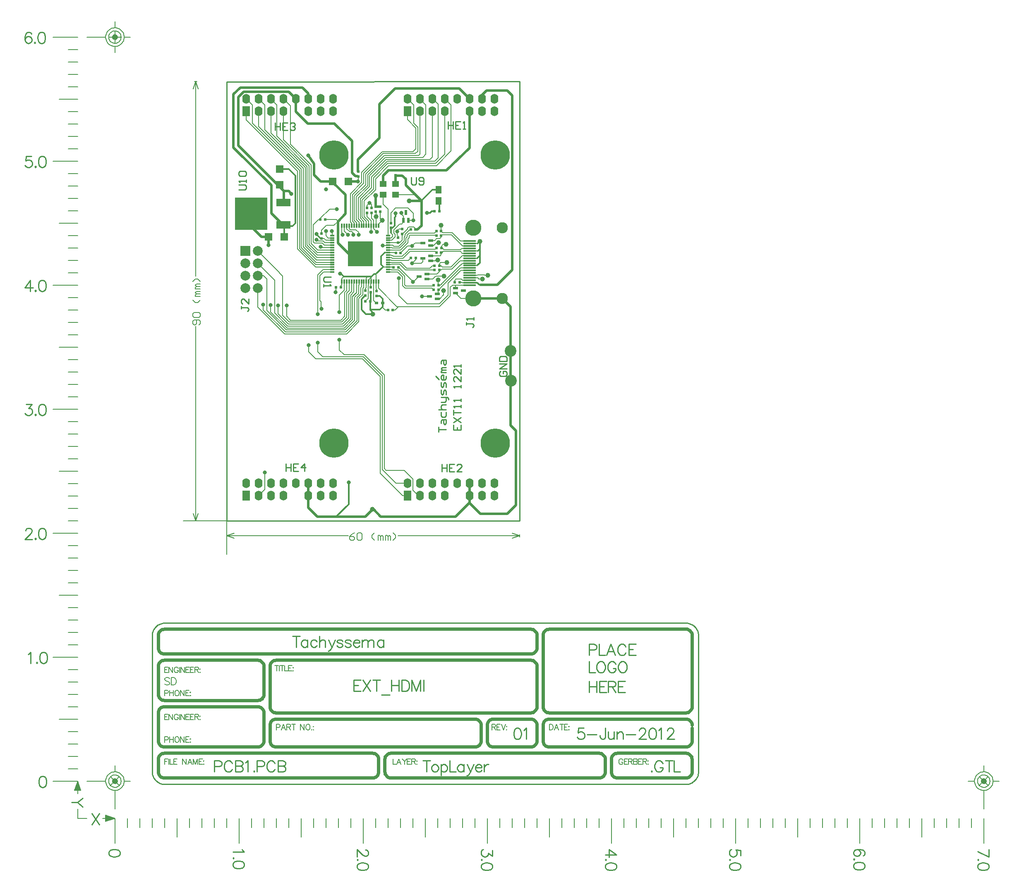
<source format=gtl>
%FSLAX44Y44*%
%MOMM*%
G71*
G01*
G75*
%ADD10R,1.1000X0.6000*%
%ADD11R,0.6000X1.1000*%
%ADD12R,0.5000X0.5000*%
%ADD13R,1.6000X1.6000*%
%ADD14R,0.6350X0.5080*%
%ADD15R,2.6000X0.3000*%
%ADD16R,3.0000X1.6000*%
%ADD17R,6.7000X6.7000*%
%ADD18R,0.3000X0.9000*%
%ADD19R,0.9000X0.3000*%
%ADD20R,5.2000X5.2000*%
%ADD21R,1.4000X1.2000*%
%ADD22R,1.2700X1.5240*%
%ADD23C,0.2000*%
%ADD24C,0.5000*%
%ADD25C,0.3000*%
%ADD26C,0.2286*%
%ADD27C,0.2540*%
%ADD28C,0.2032*%
%ADD29C,0.6350*%
%ADD30C,0.2500*%
%ADD31C,0.1524*%
%ADD32C,0.1270*%
%ADD33C,2.0000*%
%ADD34R,2.0000X2.0000*%
%ADD35R,1.6000X2.0000*%
%ADD36O,1.6000X2.0000*%
%ADD37C,3.3000*%
%ADD38C,2.3000*%
%ADD39C,6.0000*%
%ADD40C,2.4000*%
%ADD41C,1.0000*%
%ADD42C,0.8000*%
D10*
X2369448Y2388398D02*
D03*
X2353448Y2383398D02*
D03*
X2390448Y2337648D02*
D03*
Y2347648D02*
D03*
X2374448Y2342648D02*
D03*
X2376698Y2425898D02*
D03*
X2360698Y2420898D02*
D03*
X2376698Y2415898D02*
D03*
X2369448Y2378398D02*
D03*
X2443698Y2354898D02*
D03*
X2427698Y2349898D02*
D03*
Y2359898D02*
D03*
X2360698Y2451898D02*
D03*
X2376698Y2456898D02*
D03*
Y2446898D02*
D03*
D11*
X2321448Y2498898D02*
D03*
X2331448D02*
D03*
X2326448Y2514898D02*
D03*
D12*
X2393198Y2356648D02*
D03*
X2383198D02*
D03*
X2398448Y2432398D02*
D03*
X2388448D02*
D03*
X2393198Y2365648D02*
D03*
X2383198D02*
D03*
X2398448Y2476648D02*
D03*
X2388448D02*
D03*
X2335948Y2479648D02*
D03*
X2345948D02*
D03*
X2336448Y2421648D02*
D03*
X2346448D02*
D03*
X2289448Y2314648D02*
D03*
X2299448D02*
D03*
X2264698Y2516648D02*
D03*
Y2526648D02*
D03*
X2273948Y2516398D02*
D03*
Y2526398D02*
D03*
X2304698Y2600648D02*
D03*
Y2590648D02*
D03*
X2388448Y2466898D02*
D03*
X2398448D02*
D03*
X2384448Y2405648D02*
D03*
X2394448D02*
D03*
X2384448Y2396648D02*
D03*
X2394448D02*
D03*
X2266448Y2343398D02*
D03*
Y2353398D02*
D03*
X2243448Y2344398D02*
D03*
Y2354398D02*
D03*
X2253198Y2332898D02*
D03*
X2243198D02*
D03*
X2310698Y2402398D02*
D03*
X2300698D02*
D03*
X2309698Y2463148D02*
D03*
Y2453148D02*
D03*
X2153198Y2461648D02*
D03*
Y2471648D02*
D03*
X2295448Y2482898D02*
D03*
Y2492898D02*
D03*
X2305448Y2431898D02*
D03*
X2315448D02*
D03*
X2254448Y2361148D02*
D03*
Y2351148D02*
D03*
X2193198Y2361648D02*
D03*
X2183198D02*
D03*
X2318198Y2480398D02*
D03*
Y2470398D02*
D03*
X2425948Y2371648D02*
D03*
X2435948D02*
D03*
X2388698Y2441648D02*
D03*
X2398698D02*
D03*
X2228448Y2598648D02*
D03*
Y2588648D02*
D03*
X2246948Y2523648D02*
D03*
Y2513648D02*
D03*
X2255948Y2523648D02*
D03*
Y2513648D02*
D03*
X2384448Y2516898D02*
D03*
X2394448D02*
D03*
X2160948Y2499898D02*
D03*
X2150948D02*
D03*
D13*
X2067698Y2571398D02*
D03*
Y2603398D02*
D03*
X2076948Y2464648D02*
D03*
X2044948D02*
D03*
X2208448Y2578148D02*
D03*
X2176448D02*
D03*
D14*
X2265998Y2329148D02*
D03*
X2278698D02*
D03*
D15*
X2456348Y2375898D02*
D03*
Y2430898D02*
D03*
Y2405898D02*
D03*
Y2415898D02*
D03*
Y2420898D02*
D03*
Y2410898D02*
D03*
Y2380898D02*
D03*
Y2390898D02*
D03*
Y2400898D02*
D03*
Y2395898D02*
D03*
Y2440898D02*
D03*
Y2435898D02*
D03*
Y2385898D02*
D03*
Y2445898D02*
D03*
Y2455898D02*
D03*
Y2425898D02*
D03*
Y2370898D02*
D03*
Y2365898D02*
D03*
Y2450898D02*
D03*
D16*
X2075948Y2489148D02*
D03*
Y2535148D02*
D03*
D17*
X2009448Y2512148D02*
D03*
D18*
X2200198Y2372898D02*
D03*
X2205198D02*
D03*
X2210198D02*
D03*
X2215198D02*
D03*
X2220198D02*
D03*
X2225198D02*
D03*
X2230198D02*
D03*
X2235198D02*
D03*
X2240198D02*
D03*
X2260197D02*
D03*
X2270197D02*
D03*
X2270197Y2487198D02*
D03*
X2265197D02*
D03*
X2260197D02*
D03*
X2255197D02*
D03*
X2250198D02*
D03*
X2245198D02*
D03*
X2240198D02*
D03*
X2235198D02*
D03*
X2230198D02*
D03*
X2225198D02*
D03*
X2220198D02*
D03*
X2215198D02*
D03*
X2210198D02*
D03*
X2205198D02*
D03*
X2200198D02*
D03*
X2195198Y2487198D02*
D03*
X2255197Y2372898D02*
D03*
X2265197D02*
D03*
X2250198D02*
D03*
X2195198D02*
D03*
X2245198D02*
D03*
D19*
X2289848Y2392548D02*
D03*
Y2397548D02*
D03*
Y2407548D02*
D03*
Y2412548D02*
D03*
Y2417548D02*
D03*
Y2422548D02*
D03*
Y2437548D02*
D03*
Y2442548D02*
D03*
Y2447548D02*
D03*
Y2452548D02*
D03*
Y2457548D02*
D03*
Y2467548D02*
D03*
X2175548D02*
D03*
Y2462548D02*
D03*
Y2452548D02*
D03*
Y2442548D02*
D03*
Y2437548D02*
D03*
Y2432548D02*
D03*
Y2427548D02*
D03*
Y2422548D02*
D03*
Y2417548D02*
D03*
Y2412548D02*
D03*
Y2407548D02*
D03*
Y2402548D02*
D03*
Y2397548D02*
D03*
Y2392548D02*
D03*
X2289848Y2427548D02*
D03*
Y2402548D02*
D03*
Y2432548D02*
D03*
Y2462548D02*
D03*
X2175548Y2457548D02*
D03*
Y2447548D02*
D03*
D20*
X2232698Y2430048D02*
D03*
D21*
X2279298Y2573148D02*
D03*
Y2551148D02*
D03*
X2304698D02*
D03*
Y2573148D02*
D03*
D22*
X2392948Y2538148D02*
D03*
Y2561008D02*
D03*
D23*
X2273948Y1979998D02*
Y2178148D01*
X2319198Y1934748D02*
X2329398D01*
X2273948Y1979998D02*
X2319198Y1934748D01*
X2442448Y2455898D02*
X2456348D01*
X2442448Y2445898D02*
X2455948D01*
X2437854Y2456148D02*
X2456198D01*
X2423605Y2470398D02*
X2437854Y2456148D01*
X2441948Y2426398D02*
X2455948D01*
X2442448Y2410898D02*
X2456348D01*
X2438948Y2407398D02*
X2442448Y2410898D01*
X2438948Y2407398D02*
Y2407648D01*
X2437854Y2400898D02*
X2456348D01*
X2438511Y2395898D02*
X2456348D01*
X2270197Y2487398D02*
Y2490898D01*
X2456348Y2385898D02*
X2471698D01*
X2472948Y2387148D01*
X2486948D01*
X2488198Y2385898D01*
X2493948D01*
X2456348Y2380898D02*
X2473198D01*
X2475448Y2378648D01*
X2482948D01*
X2289848Y2457548D02*
X2289948Y2457648D01*
X2269948Y2359648D02*
Y2373398D01*
X2104198Y2439698D02*
X2141348Y2402548D01*
X2104198Y2439698D02*
Y2599648D01*
X1999198Y2704648D02*
X2104198Y2599648D01*
X1999198Y2704648D02*
Y2723648D01*
X2108198Y2441355D02*
X2142005Y2407548D01*
X2108198Y2441355D02*
Y2601398D01*
X2011698Y2697898D02*
X2108198Y2601398D01*
X2011698Y2697898D02*
Y2735048D01*
X1999198Y2747548D02*
X2011698Y2735048D01*
X2112198Y2443012D02*
X2142661Y2412548D01*
X2112198Y2443012D02*
Y2603398D01*
X2024448Y2691148D02*
X2112198Y2603398D01*
X2024448Y2691148D02*
Y2722398D01*
X2116198Y2444669D02*
X2143318Y2417548D01*
X2116198Y2444669D02*
Y2605398D01*
X2037448Y2684148D02*
X2116198Y2605398D01*
X2037448Y2684148D02*
Y2734698D01*
X2024598Y2747548D02*
X2037448Y2734698D01*
X2120198Y2446326D02*
X2143975Y2422548D01*
X2120198Y2446326D02*
Y2607148D01*
X2049998Y2677348D02*
X2120198Y2607148D01*
X2049998Y2677348D02*
Y2722148D01*
X2124198Y2447982D02*
X2144632Y2427548D01*
X2124198Y2447982D02*
Y2608898D01*
X2062198Y2670898D02*
X2124198Y2608898D01*
X2062198Y2670898D02*
Y2734648D01*
X2049948Y2746898D02*
X2062198Y2734648D01*
X2128198Y2449639D02*
X2145289Y2432548D01*
X2128198Y2449639D02*
Y2610648D01*
X2075398Y2663355D02*
X2085583Y2653169D01*
X2075398Y2663355D02*
Y2722148D01*
X2085676Y2653169D02*
X2128198Y2610648D01*
X2085583Y2653169D02*
X2085676D01*
X2132198Y2451296D02*
X2145946Y2437548D01*
X2089948Y2654648D02*
X2132198Y2612398D01*
X2089948Y2654648D02*
Y2732998D01*
X2075398Y2747548D02*
X2089948Y2732998D01*
X2132198Y2451296D02*
Y2612398D01*
X2156604Y2455898D02*
X2159955Y2452548D01*
X2146198Y2455898D02*
X2156604D01*
X2143198Y2458898D02*
X2146198Y2455898D01*
X2209698Y2372898D02*
X2210198D01*
X1998448Y1960898D02*
X1998948Y1960398D01*
X2158948Y2461648D02*
X2163048Y2457548D01*
X2175548D01*
X2153198Y2471648D02*
Y2478148D01*
X2163198Y2488148D01*
X2178948D01*
X2151448Y2461648D02*
X2158948D01*
X2141348Y2402548D02*
X2175548D01*
X2142005Y2407548D02*
X2175848D01*
X2142661Y2412548D02*
X2175548D01*
X2143318Y2417548D02*
X2175548D01*
X2143975Y2422548D02*
X2175598D01*
X2175698Y2422648D01*
X2144632Y2427548D02*
X2175548D01*
X2145289Y2432548D02*
X2175548D01*
X2145946Y2437548D02*
X2175548D01*
X2151948Y2444648D02*
X2152198D01*
X2154298Y2442548D01*
X2175548D01*
X2159955Y2452548D02*
X2175548D01*
X2162448Y2467398D02*
X2167298Y2462548D01*
X2175548D01*
X2162448Y2467398D02*
Y2476148D01*
X2265197Y2506148D02*
X2265198Y2506148D01*
X2289848Y2427548D02*
X2289854Y2427555D01*
X2296098Y2407548D02*
X2297098Y2408548D01*
X2289848Y2407548D02*
X2296098D01*
X2323448Y2366648D02*
X2326448Y2363648D01*
X2295798Y2397548D02*
X2296798Y2396548D01*
X2331448Y2498898D02*
X2340698D01*
X2341448Y2498148D01*
X2456348Y2450898D02*
X2472448D01*
X2456348Y2420898D02*
X2471698D01*
X2456348Y2405898D02*
X2471948D01*
X2476948Y2455398D02*
X2477698D01*
X2316448Y2511648D02*
Y2513898D01*
Y2511648D02*
X2321448Y2506648D01*
X2309698Y2463148D02*
Y2467148D01*
X2308448Y2468398D02*
X2309698Y2467148D01*
X2289848Y2457548D02*
X2297348D01*
X2304198Y2464398D02*
Y2469398D01*
X2301448Y2472148D02*
X2304198Y2469398D01*
X2301448Y2472148D02*
Y2479148D01*
X2297348Y2457548D02*
X2304198Y2464398D01*
X2295448Y2492898D02*
Y2514148D01*
X2304948Y2523648D01*
X2330448D01*
X2289848Y2417548D02*
X2295798D01*
X2296798Y2416548D01*
X2296548Y2422548D02*
X2298548Y2420548D01*
X2289848Y2422548D02*
X2296548D01*
X2289848Y2427548D02*
X2295548D01*
X2296548Y2426548D01*
X2298548D01*
X2300548Y2424548D01*
X2318441D01*
X2327448Y2433555D01*
X2304048Y2432548D02*
X2304698Y2431898D01*
X2329948Y2446398D02*
X2338948D01*
X2289848Y2397548D02*
X2295798D01*
X2195198Y2379148D02*
X2199079Y2383030D01*
X2309548Y2392548D02*
X2319198Y2382898D01*
Y2365148D02*
Y2382898D01*
X2289848Y2392548D02*
X2309548D01*
X2311298Y2396548D02*
X2323448Y2384398D01*
X2296798Y2396548D02*
X2311298D01*
X2323448Y2366648D02*
Y2384398D01*
X2310698Y2402398D02*
X2311698D01*
X2300548Y2402548D02*
X2300648Y2402648D01*
X2254448Y2361148D02*
Y2368648D01*
X2255198Y2369398D01*
X2193198Y2361648D02*
Y2364648D01*
X2195198Y2366648D01*
X2248948Y2365148D02*
X2250198Y2366398D01*
Y2376898D01*
X2243448Y2358898D02*
X2245198Y2360648D01*
X2243448Y2354648D02*
Y2358898D01*
X2237948Y2359148D02*
X2240198Y2361398D01*
Y2372648D01*
X2233948Y2361398D02*
X2235198Y2362648D01*
Y2372898D01*
X2243198Y2332898D02*
Y2333148D01*
X2248948Y2338898D01*
Y2365148D01*
X2260197Y2334398D02*
X2265448Y2329148D01*
X2260197Y2334398D02*
Y2372898D01*
X2315441Y2437548D02*
X2330541Y2452648D01*
Y2460741D01*
X2289848Y2437548D02*
X2315441D01*
X2289848Y2442548D02*
X2297548D01*
X2298548Y2441548D01*
X2313784D01*
X2326541Y2454305D01*
X2301298Y2445548D02*
X2312127D01*
X2322541Y2455962D01*
X2299298Y2447548D02*
X2301298Y2445548D01*
X2326541Y2454305D02*
Y2462491D01*
X2328698Y2464648D02*
Y2468148D01*
X2326541Y2462491D02*
X2328698Y2464648D01*
Y2468148D02*
X2332948Y2472398D01*
X2322541Y2456398D02*
Y2464241D01*
X2324698Y2466398D02*
Y2469898D01*
X2334198Y2479398D01*
X2335698D01*
X2335948Y2479648D01*
X2322541Y2464241D02*
X2324698Y2466398D01*
X2342198Y2485398D02*
X2345948Y2481648D01*
Y2479648D02*
Y2481648D01*
X2304948Y2482648D02*
X2313448Y2491148D01*
X2317448D01*
X2321448Y2495148D01*
Y2506648D01*
X2308448Y2477398D02*
X2311448Y2480398D01*
X2318198D01*
X2308448Y2468398D02*
Y2477398D01*
X2315448Y2431898D02*
X2329948Y2446398D01*
X2311698Y2344398D02*
X2328948Y2327148D01*
X2311698Y2344398D02*
Y2380898D01*
X2427698Y2359898D02*
Y2365648D01*
Y2349398D02*
Y2349898D01*
Y2349398D02*
X2438698Y2338398D01*
X2463948D01*
X2425948Y2371648D02*
Y2375148D01*
X2428698Y2377898D01*
X2439948D01*
X2441948Y2375898D01*
X2456348D01*
X2435948Y2371648D02*
X2440198D01*
X2440948Y2370898D01*
X2456348D01*
X2278698Y2319648D02*
Y2321398D01*
Y2319648D02*
X2283698Y2314648D01*
X2289448D01*
X2270197Y2490898D02*
X2277698Y2498398D01*
X2273948Y2502148D02*
Y2516398D01*
Y2502148D02*
X2277698Y2498398D01*
X2264698Y2516648D02*
X2265197Y2516148D01*
Y2487198D02*
Y2516148D01*
X2279298Y2531898D02*
Y2551148D01*
Y2531898D02*
X2289848Y2521348D01*
Y2467548D02*
Y2521348D01*
X2330448Y2523648D02*
X2341448Y2512648D01*
Y2498148D02*
Y2512648D01*
X2304448Y2550898D02*
X2345198D01*
X2416948Y2343648D02*
Y2361148D01*
X2421698Y2365898D01*
X2456348D01*
X2394791Y2327148D02*
X2412948Y2345305D01*
Y2370334D02*
X2413482Y2370868D01*
X2412948Y2345305D02*
Y2370334D01*
X2413482Y2370868D01*
X2438511Y2395898D01*
X2328948Y2327148D02*
X2394791D01*
X2396198Y2322898D02*
X2416948Y2343648D01*
X2299448Y2314648D02*
X2303948D01*
X2269948Y2359648D02*
X2307948Y2321648D01*
X2303948Y2314648D02*
X2310698Y2321398D01*
X2394948Y2321648D02*
X2416948Y2343648D01*
X2307948Y2321648D02*
X2394948D01*
X2319198Y2365148D02*
X2319291D01*
X2381448Y2363648D02*
X2382198Y2364398D01*
X2319291Y2365148D02*
X2324791Y2359648D01*
X2390448Y2347648D02*
X2390948D01*
X2392448Y2349148D01*
Y2355898D01*
X2390448Y2337648D02*
X2395198D01*
X2326448Y2363648D02*
X2381448D01*
X2393198Y2356648D02*
X2393698D01*
X2400198Y2363148D01*
X2398698Y2361898D02*
X2400076Y2363271D01*
X2437854Y2400898D01*
X2396794Y2365648D02*
X2402794Y2371648D01*
X2402819D01*
X2398698Y2367648D02*
X2402771Y2371696D01*
X2438948Y2407648D01*
X2392448Y2366398D02*
Y2376398D01*
X2393198Y2365648D02*
X2396794D01*
X2392448Y2366398D02*
X2393448Y2365398D01*
X2395198Y2337648D02*
X2403448Y2345898D01*
Y2345398D02*
Y2354648D01*
X2359448Y2342398D02*
X2374198D01*
X2374448Y2342648D01*
X2339948Y2374148D02*
X2342948D01*
X2352198Y2383398D01*
X2311698Y2402398D02*
X2339948Y2374148D01*
X2369448Y2378398D02*
X2380948D01*
X2387198Y2384648D01*
X2403948D01*
X2394448Y2393148D02*
Y2396648D01*
X2389948Y2388648D02*
X2394448Y2393148D01*
X2369698Y2388648D02*
X2389948D01*
X2375198Y2400648D02*
X2380198Y2405648D01*
X2384448D01*
X2394448D02*
X2398448D01*
X2400868Y2403228D01*
X2418714Y2403164D02*
X2418778Y2403228D01*
X2400868D02*
X2418778D01*
X2418714Y2403164D02*
X2418778Y2403228D01*
X2441948Y2426398D01*
X2394448Y2396648D02*
X2398448D01*
X2400119Y2398320D01*
X2419869D01*
X2437448Y2415898D01*
X2437104D02*
X2456348D01*
X2394448Y2405648D02*
Y2408898D01*
X2397448Y2411898D01*
X2409698D01*
X2313798Y2408548D02*
X2325698Y2396648D01*
X2297098Y2408548D02*
X2313798D01*
X2325698Y2396648D02*
X2384448D01*
X2315798Y2412548D02*
X2327698Y2400648D01*
X2289848Y2412548D02*
X2315798D01*
X2327698Y2400648D02*
X2375198D01*
X2331348Y2416548D02*
X2336448Y2421648D01*
X2296798Y2416548D02*
X2331348D01*
X2327448Y2433555D02*
Y2433648D01*
X2332698Y2438898D01*
X2385948D01*
X2388698Y2441648D01*
X2320098Y2420548D02*
X2334448Y2434898D01*
X2385948D01*
X2388448Y2432398D01*
X2298548Y2420548D02*
X2320098D01*
X2376698Y2415898D02*
X2389698D01*
X2391448Y2417648D01*
X2376698Y2425898D02*
X2396448D01*
X2398448Y2427898D01*
Y2432398D01*
X2360698Y2413898D02*
Y2420898D01*
X2357448Y2410648D02*
X2360698Y2413898D01*
X2339198Y2410648D02*
X2357448D01*
X2346448Y2417898D02*
Y2421648D01*
X2339198Y2410648D02*
X2346448Y2417898D01*
X2398698Y2445398D02*
X2402698Y2449398D01*
X2408198D01*
X2398448Y2432398D02*
X2398698Y2432148D01*
Y2441648D02*
Y2445398D01*
X2441698Y2430898D02*
X2456348D01*
X2398448Y2432398D02*
X2400448D01*
X2437946Y2434650D02*
X2441698Y2430898D01*
X2400448Y2432398D02*
X2402698Y2434648D01*
X2402698D02*
X2437943D01*
X2398948Y2441648D02*
X2400948D01*
X2403948Y2438648D02*
X2437812D01*
X2440063Y2440898D01*
X2400948Y2441648D02*
X2403948Y2438648D01*
X2440063Y2440898D02*
X2456348D01*
X2384198Y2472398D02*
X2388448Y2476648D01*
X2332948Y2472398D02*
X2384198D01*
X2330541Y2460741D02*
X2332948Y2463148D01*
Y2466741D01*
X2334604Y2468398D01*
X2386948D01*
X2388448Y2466898D01*
X2376698Y2456898D02*
X2385198D01*
X2389198Y2460898D01*
X2395198D01*
X2398448Y2464148D01*
Y2466898D01*
X2397948Y2477148D02*
Y2488148D01*
X2376698Y2446898D02*
X2383198D01*
X2388698Y2452398D01*
X2392948D01*
X2423605Y2470398D02*
Y2470491D01*
X2420948Y2473148D02*
X2423605Y2470491D01*
X2401948Y2473148D02*
X2420948D01*
X2397948Y2477148D02*
X2401948Y2473148D01*
X2400698Y2469148D02*
X2419198D01*
X2398448Y2466898D02*
X2400698Y2469148D01*
X2419198D02*
X2442448Y2445898D01*
X2344448Y2451898D02*
X2360698D01*
X2338948Y2446398D02*
X2344448Y2451898D01*
X2229948Y2338262D02*
X2237948Y2346262D01*
X2229948Y2290898D02*
Y2338262D01*
X2204948Y2265898D02*
X2229948Y2290898D01*
X2077698Y2265898D02*
X2204948D01*
X2022848Y2320748D02*
X2077698Y2265898D01*
X2237948Y2346262D02*
Y2359148D01*
X2225948Y2339919D02*
X2233948Y2347919D01*
X2225948Y2292555D02*
Y2339919D01*
X2203291Y2269898D02*
X2225948Y2292555D01*
X2079448Y2269898D02*
X2203291D01*
X2233948Y2347919D02*
Y2361398D01*
X2201634Y2273898D02*
X2221198Y2293462D01*
X2081104Y2273898D02*
X2201634D01*
X2217198Y2342898D02*
X2224948Y2350648D01*
X2217198Y2295119D02*
Y2342898D01*
X2199977Y2277898D02*
X2217198Y2295119D01*
X2082761Y2277898D02*
X2199977D01*
X2198320Y2281898D02*
X2213198Y2296776D01*
X2084418Y2281898D02*
X2198320D01*
X2057698Y2308619D02*
X2084418Y2281898D01*
X2057698Y2308619D02*
Y2375398D01*
X2022848Y2410248D02*
X2057698Y2375398D01*
X2196664Y2285898D02*
X2209198Y2298432D01*
X2086075Y2285898D02*
X2196664D01*
X2210198Y2354305D02*
Y2372898D01*
X2205198Y2349305D02*
X2210198Y2354305D01*
X2205198Y2300089D02*
Y2349305D01*
X2195007Y2289898D02*
X2205198Y2300089D01*
X2087732Y2289898D02*
X2195007D01*
X2205198Y2354962D02*
Y2372898D01*
X2201198Y2350962D02*
X2205198Y2354962D01*
X2201198Y2301746D02*
Y2350962D01*
X2193350Y2293898D02*
X2201198Y2301746D01*
X2022848Y2320748D02*
Y2359448D01*
X2034448Y2314898D02*
X2079448Y2269898D01*
X2034448Y2314898D02*
Y2325648D01*
X2041448Y2313555D02*
X2081104Y2273898D01*
X2073965Y2303665D02*
X2087732Y2289898D01*
X2073948Y2303682D02*
Y2384398D01*
X2022848Y2435648D02*
X2066898Y2391598D01*
X2067448Y2390898D02*
X2073948Y2384398D01*
X2217698Y2342983D02*
X2225198Y2350482D01*
X2217698Y2342983D02*
Y2343148D01*
X2049698Y2310962D02*
Y2324898D01*
Y2310962D02*
X2082761Y2277898D01*
X2022848Y2384848D02*
X2035248D01*
X2035248D02*
X2041448Y2378648D01*
Y2313555D02*
Y2378648D01*
X2064698Y2307276D02*
Y2324148D01*
Y2307276D02*
X2068070Y2303903D01*
Y2303903D02*
X2086075Y2285898D01*
X2082198Y2301898D02*
Y2324148D01*
Y2301898D02*
X2090198Y2293898D01*
X2089389D02*
X2193350D01*
X2217698Y2343148D02*
X2225198Y2350648D01*
X2224948D02*
X2225198D01*
Y2350482D02*
Y2372898D01*
X2255948Y2502648D02*
X2260197Y2498398D01*
X2255948Y2502648D02*
Y2513648D01*
X2246948Y2505991D02*
X2255197Y2497742D01*
X2250198Y2487198D02*
Y2497085D01*
X2240948Y2506335D02*
X2250198Y2497085D01*
X2240948Y2506335D02*
Y2538148D01*
X2263948Y2561148D01*
Y2583398D01*
X2290948Y2610398D01*
X2388698D01*
X2418698Y2640398D01*
Y2734448D01*
X2405598Y2747548D02*
X2418698Y2734448D01*
X2245198Y2487198D02*
Y2496428D01*
X2236698Y2504928D02*
X2245198Y2496428D01*
X2236698Y2504928D02*
Y2539648D01*
X2259948Y2562898D01*
Y2585898D01*
X2405448Y2722398D02*
X2405698Y2722648D01*
X2387041Y2614991D02*
X2405698Y2633648D01*
Y2722648D01*
X2240198Y2487198D02*
Y2495771D01*
X2232698Y2503271D02*
X2240198Y2495771D01*
X2232698Y2503271D02*
Y2542148D01*
X2255948Y2565398D01*
Y2587648D01*
X2259948Y2585898D02*
X2289041Y2614991D01*
X2387041D01*
X2271375Y2602982D02*
X2287791Y2619398D01*
X2271281Y2602982D02*
X2271375D01*
X2255948Y2587648D02*
X2271281Y2602982D01*
X2380198Y2748148D02*
X2380341Y2748292D01*
X2287791Y2619398D02*
X2385791D01*
X2392448Y2626055D01*
X2235198Y2487198D02*
Y2495114D01*
X2228698Y2501614D02*
X2235198Y2495114D01*
X2228698Y2501614D02*
Y2544648D01*
X2251948Y2567898D01*
Y2589898D01*
X2285448Y2623398D01*
X2375198D01*
X2380198Y2628398D01*
Y2721648D01*
X2230198Y2487198D02*
Y2494457D01*
X2224698Y2499957D02*
X2230198Y2494457D01*
X2224698Y2499957D02*
Y2546398D01*
X2247948Y2569648D01*
Y2591648D01*
X2283698Y2627398D01*
X2354798Y2747548D02*
X2367198Y2735148D01*
X2360948Y2627398D02*
X2367198Y2633648D01*
Y2735148D01*
X2283698Y2627398D02*
X2360948D01*
X2246948Y2505991D02*
Y2513648D01*
X2225198Y2487198D02*
Y2493800D01*
X2220698Y2498300D02*
X2225198Y2493800D01*
X2220698Y2548398D02*
X2243948Y2571648D01*
Y2593398D02*
X2281948Y2631398D01*
X2352198D01*
X2354798Y2633998D01*
Y2722148D01*
X2220698Y2498300D02*
Y2548398D01*
X2243948Y2571648D02*
Y2593398D01*
X2220198Y2487198D02*
Y2493144D01*
X2216698Y2496644D02*
X2220198Y2493144D01*
X2216698Y2496644D02*
Y2551398D01*
X2239948Y2574648D01*
Y2595398D01*
X2279948Y2635398D01*
X2345948D01*
X2350448Y2639898D01*
X2342448Y2697398D02*
X2350448Y2689398D01*
X2342448Y2697398D02*
Y2734498D01*
X2329398Y2747548D02*
X2342448Y2734498D01*
X2350448Y2639898D02*
Y2689398D01*
X2215198Y2487198D02*
Y2492487D01*
X2212698Y2494987D02*
X2215198Y2492487D01*
X2212698Y2494987D02*
Y2553148D01*
X2235948Y2576398D01*
Y2597148D01*
X2278198Y2639398D01*
X2340948D01*
X2346448Y2644898D01*
Y2687741D01*
X2329398Y2704791D02*
X2346448Y2687741D01*
X2329398Y2704791D02*
Y2722148D01*
X2246948Y2523648D02*
Y2529398D01*
X2251448Y2533898D01*
X2252448D01*
X2255948Y2530398D01*
Y2523648D02*
Y2530398D01*
X2228448Y2578898D02*
Y2588648D01*
X2227698Y2578148D02*
X2228448Y2578898D01*
X2229448Y2468648D02*
Y2473648D01*
X2223698Y2479398D02*
X2229448Y2473648D01*
X2210198Y2481648D02*
Y2487198D01*
Y2481648D02*
X2212448Y2479398D01*
X2223698D01*
X2205198Y2480898D02*
X2210698Y2475398D01*
X2205198Y2480898D02*
Y2486898D01*
X2215448Y2475398D02*
X2218698Y2472148D01*
Y2468648D02*
Y2472148D01*
X2210698Y2475398D02*
X2215448D01*
X2200198Y2476398D02*
Y2487198D01*
Y2476398D02*
X2207948Y2468648D01*
X2195198Y2470398D02*
Y2487198D01*
Y2470398D02*
X2196948Y2468648D01*
X2229511Y2365398D02*
X2230198Y2366084D01*
X2221198Y2293462D02*
Y2340826D01*
X2229448Y2349076D01*
Y2365398D01*
X2230198Y2366148D01*
Y2366084D02*
Y2372898D01*
X2214948Y2372648D02*
X2215198Y2372898D01*
X2214948Y2353148D02*
Y2372648D01*
X2209198Y2298432D02*
Y2347398D01*
X2214948Y2353148D01*
X2219698Y2352148D02*
Y2372398D01*
X2213198Y2296776D02*
Y2345648D01*
X2219698Y2352148D01*
Y2372398D02*
X2220448Y2373148D01*
X2183198Y2352148D02*
Y2361648D01*
X2182448Y2351398D02*
X2183198Y2352148D01*
X2200198Y2355619D02*
Y2372898D01*
X2189948Y2345369D02*
X2200198Y2355619D01*
X2156848Y2397548D02*
X2175548D01*
X2145698Y2386398D02*
X2156848Y2397548D01*
X2157504Y2392548D02*
X2175548D01*
X2149698Y2384741D02*
X2157504Y2392548D01*
X2149698Y2334648D02*
Y2384741D01*
X2189948Y2308898D02*
Y2345369D01*
X2153448Y2317148D02*
Y2318398D01*
X2152948Y2318898D02*
X2153448Y2318398D01*
X2149873Y2334473D02*
X2152948Y2331398D01*
Y2318898D02*
Y2331398D01*
X2145698Y2304648D02*
Y2386398D01*
X2127198Y2229148D02*
Y2243148D01*
Y2229148D02*
X2141448Y2214898D01*
X2237198D02*
X2273948Y2178148D01*
X2141448Y2214898D02*
X2237198D01*
X2145448Y2229148D02*
Y2247648D01*
Y2229148D02*
X2155698Y2218898D01*
X2238948D01*
X2277948Y2179898D01*
Y1988148D02*
X2305948Y1960148D01*
X2277948Y1988148D02*
Y2179898D01*
X2305948Y1960148D02*
X2329398D01*
X2351598Y1934748D02*
X2354798D01*
X2340948Y1945398D02*
X2351598Y1934748D01*
X2340948Y1945398D02*
Y1968898D01*
X2323198Y1986648D02*
X2340948Y1968898D01*
X2285698Y1986648D02*
X2323198D01*
X2281948Y1990398D02*
X2285698Y1986648D01*
X2281948Y1990398D02*
Y2181898D01*
X2240698Y2223148D02*
X2281948Y2181898D01*
X2199948Y2223148D02*
X2240698D01*
X2190198Y2232898D02*
X2199948Y2223148D01*
X2190198Y2232898D02*
Y2253898D01*
X2260197Y2481898D02*
X2266948Y2475148D01*
X2255197Y2474898D02*
X2255448Y2474648D01*
X2278448Y2447148D02*
X2290048D01*
X2290448Y2447548D01*
X2289848D02*
X2299298D01*
X2255197Y2474898D02*
Y2497742D01*
X2260197Y2481898D02*
Y2498398D01*
X2199079Y2383030D02*
X2199448D01*
X2379198Y2359648D02*
X2382198Y2356648D01*
X2383198D01*
X2324791Y2359648D02*
X2379198D01*
X2265197Y2358741D02*
X2266448Y2357491D01*
Y2353398D02*
Y2357491D01*
X2265197Y2358741D02*
Y2387648D01*
X2174698Y2476398D02*
X2174948D01*
X2175548Y2475798D01*
Y2467548D02*
Y2475798D01*
X2304948Y2482648D02*
Y2482648D01*
X2301448Y2479148D02*
X2304948Y2482648D01*
X2291198Y2462548D02*
X2295984D01*
X2298698Y2465262D02*
Y2469241D01*
X2295448Y2472491D02*
X2298698Y2469241D01*
X2295448Y2472491D02*
Y2476648D01*
X2295948Y2462898D02*
X2296334D01*
X2295984Y2462548D02*
X2298698Y2465262D01*
X2456348Y2435898D02*
X2473698D01*
X2318198Y2458148D02*
Y2468898D01*
Y2470398D02*
X2319448D01*
X2332448Y2485398D02*
X2342198D01*
X2329448Y2480398D02*
Y2482398D01*
X2319448Y2470398D02*
X2329448Y2480398D01*
Y2482398D02*
X2332448Y2485398D01*
X2290448Y2452548D02*
X2309097D01*
X2309862Y2453313D02*
X2313362D01*
X2309097Y2452548D02*
X2309862Y2453313D01*
X2313198Y2453148D02*
X2318198Y2458148D01*
X2380198Y2747548D02*
X2381048D01*
X2392448Y2626055D02*
Y2736148D01*
X2381048Y2747548D02*
X2392448Y2736148D01*
X2024598Y1934748D02*
X2024898D01*
X2037198Y1947048D01*
Y1982398D01*
X2160948Y2499898D02*
X2183698D01*
X2136198Y2454148D02*
X2136448D01*
X2138698Y2451898D01*
X2154948D01*
X2159298Y2447548D01*
X2147198Y2499898D02*
X2150948D01*
X2136198Y2488898D02*
X2147198Y2499898D01*
X2136198Y2454148D02*
Y2488898D01*
X2150948Y2499898D02*
Y2502398D01*
X2170198Y2521648D02*
X2184698D01*
X2150948Y2502398D02*
X2170198Y2521648D01*
X2159298Y2447548D02*
X2175548D01*
X2245198Y2380148D02*
X2248079Y2383030D01*
X2255198Y2369398D02*
Y2381898D01*
X2279698Y2403398D02*
X2280548Y2402548D01*
X2195198Y2366648D02*
Y2379148D01*
X2245198Y2360648D02*
Y2380148D01*
X2250198Y2376898D02*
X2261448Y2388148D01*
X2280348Y2402548D02*
X2300548D01*
X2283098Y2432548D02*
X2304048D01*
X2183698Y2499898D02*
X2187198Y2496398D01*
X2178948Y2488148D02*
X2187198Y2496398D01*
X1870498Y1883238D02*
X1959398D01*
X1895898D02*
Y2282199D01*
Y2384277D02*
Y2783238D01*
X1890818Y1898478D02*
X1895898Y1883238D01*
X1900978Y1898478D01*
X1890818Y2767998D02*
X1895898Y2783238D01*
X1900978Y2767998D01*
X1893358Y1883238D02*
X1898438D01*
X1893358Y2783238D02*
X1898438D01*
X1959398Y1814658D02*
Y1883238D01*
Y1852758D02*
X2208359D01*
X2310437D02*
X2559398D01*
X1959398D02*
X1974638Y1857838D01*
X1959398Y1852758D02*
X1974638Y1847678D01*
X2544158Y1857838D02*
X2559398Y1852758D01*
X2544158Y1847678D02*
X2559398Y1852758D01*
X1959398Y1850218D02*
Y1855298D01*
X2559398Y1850218D02*
Y1855298D01*
D24*
X2126448Y2631648D02*
X2137948Y2614426D01*
X2086198Y2762148D02*
X2100798Y2747548D01*
X1993948Y2762148D02*
X2086198D01*
X1982948Y2751148D02*
X1993948Y2762148D01*
X1982948Y2651648D02*
Y2751148D01*
X2114198Y2770398D02*
X2126198Y2758398D01*
X1987448Y2770398D02*
X2114198D01*
X1973448Y2756398D02*
X1987448Y2770398D01*
X1973448Y2647398D02*
Y2756398D01*
Y2647398D02*
X2050698Y2570148D01*
Y2512898D02*
Y2570148D01*
Y2512898D02*
X2074698Y2488898D01*
X2009448Y2485648D02*
Y2512148D01*
Y2485648D02*
X2030448Y2464648D01*
X2044948D01*
X2086448Y2558398D02*
X2091948Y2552898D01*
X2126198Y1909898D02*
X2144608Y1891488D01*
X2242788D02*
X2258198Y1906898D01*
X2481798Y2747548D02*
Y2754748D01*
X2491698Y2764648D01*
X2533698D01*
X2513698Y2366398D02*
X2543948Y2396648D01*
X2478698Y2366398D02*
X2513698D01*
X2533698Y2764648D02*
X2543948Y2754398D01*
Y2396648D02*
Y2754398D01*
X2279298Y2590248D02*
X2289448Y2600398D01*
X2279298Y2573148D02*
Y2590248D01*
X2409198Y2600648D02*
X2456398Y2646848D01*
Y2722148D01*
X2304198Y2600648D02*
X2409198D01*
X2289698D02*
X2304698D01*
X2289448Y2600398D02*
X2289698Y2600648D01*
X2264698Y2526648D02*
Y2549648D01*
Y2526648D02*
X2273698D01*
X2273948Y2526398D01*
X2151598Y2747548D02*
Y2747798D01*
X2126198Y2747548D02*
Y2758398D01*
X2100798Y2721298D02*
Y2747548D01*
X2456398D02*
Y2747848D01*
X2435348Y2768898D02*
X2456398Y2747848D01*
X2304448Y2768898D02*
X2435348D01*
X2271698Y2736148D02*
X2304448Y2768898D01*
X2271698Y2666898D02*
Y2736148D01*
X2227448Y2589148D02*
X2227948Y2588648D01*
X2228198Y2623398D02*
X2229733Y2624933D01*
X2228198Y2598148D02*
Y2623398D01*
X2229448Y2624648D02*
X2271698Y2666898D01*
X2215698Y2596148D02*
X2222698Y2589148D01*
X2227448D01*
X2187198Y2451648D02*
X2208948Y2429898D01*
X2233198D01*
X2044948Y2448148D02*
Y2464898D01*
X2456398Y1919698D02*
X2478448Y1897648D01*
X2533448D01*
X2551148Y1915348D01*
X2522948Y2338998D02*
Y2339148D01*
X2523698Y2338398D02*
X2540698Y2321398D01*
X2551148Y1915348D02*
Y2067898D01*
X2540698Y2078348D02*
X2551148Y2067898D01*
X2522948Y2338998D02*
X2523548Y2338398D01*
X2466448D02*
X2523698D01*
X2304948Y2590398D02*
X2318948D01*
X2326033Y2583313D01*
Y2570313D02*
Y2583313D01*
X2357948Y2487898D02*
Y2538398D01*
X2349698Y2479648D02*
X2357948Y2487898D01*
X2345948Y2479648D02*
X2349698D01*
X2304698Y2590648D02*
X2304948Y2590398D01*
X2304698Y2573148D02*
Y2590648D01*
X2076198Y2534398D02*
Y2558398D01*
X2086448D01*
X2257948Y1906398D02*
X2259948D01*
X2274858Y1891488D01*
X2427738D01*
X2456398Y1920148D01*
X2144608Y1891488D02*
X2242788D01*
X2126198Y1909898D02*
Y1960148D01*
X2456398Y1919698D02*
Y1960148D01*
X2540698Y2078348D02*
Y2321398D01*
X2176448Y2577648D02*
Y2578148D01*
X2208448Y2578148D02*
X2227698D01*
X2208448Y2578148D02*
X2208448Y2578148D01*
X1982948Y2651648D02*
X2076198Y2558398D01*
X2202948Y2512148D02*
Y2551148D01*
X2333198Y2538648D02*
X2357698D01*
X2326033Y2570313D02*
X2357948Y2538398D01*
X2118013Y2704083D02*
X2125698Y2696398D01*
X2100798Y2721298D02*
X2118013Y2704083D01*
X2125698Y2696398D02*
X2180448D01*
Y2696148D02*
X2215698Y2660898D01*
Y2596148D02*
Y2660898D01*
X2176198Y2576234D02*
X2202948Y2551148D01*
X2145948Y2583648D02*
X2151698Y2577898D01*
X2137948Y2591898D02*
X2146698Y2583148D01*
X2145698Y2583648D02*
X2145948D01*
X2187198Y2496398D02*
X2202948Y2512148D01*
X2187198Y2451648D02*
Y2496648D01*
X2137948Y2591898D02*
Y2614426D01*
X2151698Y2577898D02*
X2176198D01*
D25*
X2143198Y2469898D02*
X2151448Y2461648D01*
X2472448Y2450898D02*
X2476948Y2455398D01*
X2471948Y2405898D02*
X2477698Y2411648D01*
X2242448Y2344398D02*
X2243448D01*
X2266448Y2343398D02*
Y2343648D01*
X2253198Y2332898D02*
X2254448Y2334148D01*
Y2351148D01*
X2235198Y2337148D02*
X2242448Y2344398D01*
X2076948Y2464648D02*
Y2486648D01*
X2074448Y2489148D02*
X2076948Y2486648D01*
X2093948D01*
X2099698Y2492398D01*
Y2590148D01*
X2086448Y2603398D02*
X2099698Y2590148D01*
X2067698Y2603398D02*
X2086448D01*
X2183448Y1891648D02*
X2208948Y1917148D01*
Y1917148D02*
Y1961648D01*
X2266448Y2343648D02*
X2272698D01*
X2278698Y2337648D01*
X2476698Y2366398D02*
X2478698D01*
X2472198Y2370898D02*
X2476698Y2366398D01*
X2456348Y2370898D02*
X2472198D01*
X2304448Y2600398D02*
X2304698Y2600648D01*
X2235198Y2315398D02*
X2244448Y2306148D01*
X2235198Y2315398D02*
Y2336648D01*
X2253198Y2315148D02*
X2257698Y2310648D01*
X2272698Y2315398D02*
X2278698Y2321398D01*
X2303448Y2504648D02*
X2304948Y2506148D01*
X2303448Y2487648D02*
Y2504648D01*
X2298698Y2482898D02*
X2303448Y2487648D01*
X2304948Y2506148D02*
Y2512898D01*
X2191948Y2389148D02*
X2193329D01*
X2275448Y2407648D02*
X2279698Y2403398D01*
X2193329Y2389148D02*
X2199448Y2383030D01*
X2255948D02*
X2261066Y2388148D01*
X2264698D02*
X2279698Y2403148D01*
X2275448Y2407648D02*
Y2425148D01*
X2282699Y2432399D02*
X2283299D01*
X2275448Y2425148D02*
X2282699Y2432399D01*
X2294948Y2482898D02*
X2298698D01*
X2295448Y2473398D02*
Y2482898D01*
X2471698Y2420898D02*
X2477698Y2426898D01*
X2473698Y2435898D02*
X2477698Y2439898D01*
Y2411648D02*
Y2455398D01*
X2183448Y1891488D02*
Y1891648D01*
X2257698Y2307498D02*
X2258198Y2306148D01*
X2253198Y2315398D02*
X2272698D01*
X2244448Y2306148D02*
X2258198D01*
X2253198Y2315148D02*
Y2332898D01*
X2257698Y2306148D02*
Y2310648D01*
X2278698Y2321398D02*
Y2337648D01*
X2283299Y2432399D02*
X2283448Y2432548D01*
X2199448Y2383030D02*
X2255948D01*
X2261066Y2388148D02*
X2264698D01*
X2369448Y2514148D02*
X2375948D01*
X2378698Y2516898D01*
X2384448D01*
X2394448D02*
Y2536648D01*
X2392948Y2538148D02*
X2394448Y2536648D01*
X2380058Y2561008D02*
X2392948D01*
X2357448Y2538648D02*
X2357698D01*
X2380058Y2561008D01*
D26*
X2829166Y1371065D02*
X2828078Y1369977D01*
X2829166Y1368888D01*
X2830255Y1369977D01*
X2829166Y1371065D01*
X2851586Y1386302D02*
X2850497Y1388478D01*
X2848321Y1390655D01*
X2846144Y1391743D01*
X2841791D01*
X2839614Y1390655D01*
X2837437Y1388478D01*
X2836349Y1386302D01*
X2835261Y1383036D01*
Y1377595D01*
X2836349Y1374330D01*
X2837437Y1372153D01*
X2839614Y1369977D01*
X2841791Y1368888D01*
X2846144D01*
X2848321Y1369977D01*
X2850497Y1372153D01*
X2851586Y1374330D01*
Y1377595D01*
X2846144D02*
X2851586D01*
X2864428Y1391743D02*
Y1368888D01*
X2856810Y1391743D02*
X2872047D01*
X2874767D02*
Y1368888D01*
X2887827D01*
X1559708Y2880728D02*
X1558619Y2882905D01*
X1555354Y2883993D01*
X1553178D01*
X1549913Y2882905D01*
X1547736Y2879640D01*
X1546648Y2874198D01*
Y2868756D01*
X1547736Y2864403D01*
X1549913Y2862227D01*
X1553178Y2861138D01*
X1554266D01*
X1557531Y2862227D01*
X1559708Y2864403D01*
X1560796Y2867668D01*
Y2868756D01*
X1559708Y2872021D01*
X1557531Y2874198D01*
X1554266Y2875287D01*
X1553178D01*
X1549913Y2874198D01*
X1547736Y2872021D01*
X1546648Y2868756D01*
X1566891Y2863315D02*
X1565802Y2862227D01*
X1566891Y2861138D01*
X1567979Y2862227D01*
X1566891Y2863315D01*
X1579516Y2883993D02*
X1576250Y2882905D01*
X1574074Y2879640D01*
X1572986Y2874198D01*
Y2870933D01*
X1574074Y2865492D01*
X1576250Y2862227D01*
X1579516Y2861138D01*
X1581692D01*
X1584957Y2862227D01*
X1587134Y2865492D01*
X1588222Y2870933D01*
Y2874198D01*
X1587134Y2879640D01*
X1584957Y2882905D01*
X1581692Y2883993D01*
X1579516D01*
X1557531Y2375993D02*
X1546648Y2360757D01*
X1562973D01*
X1557531Y2375993D02*
Y2353138D01*
X1568088Y2355315D02*
X1567000Y2354227D01*
X1568088Y2353138D01*
X1569176Y2354227D01*
X1568088Y2355315D01*
X1580713Y2375993D02*
X1577448Y2374905D01*
X1575271Y2371640D01*
X1574183Y2366198D01*
Y2362933D01*
X1575271Y2357491D01*
X1577448Y2354227D01*
X1580713Y2353138D01*
X1582889D01*
X1586154Y2354227D01*
X1588331Y2357491D01*
X1589419Y2362933D01*
Y2366198D01*
X1588331Y2371640D01*
X1586154Y2374905D01*
X1582889Y2375993D01*
X1580713D01*
X1547736Y1862552D02*
Y1863640D01*
X1548824Y1865817D01*
X1549913Y1866905D01*
X1552089Y1867993D01*
X1556443D01*
X1558619Y1866905D01*
X1559708Y1865817D01*
X1560796Y1863640D01*
Y1861463D01*
X1559708Y1859286D01*
X1557531Y1856022D01*
X1546648Y1845138D01*
X1561884D01*
X1568088Y1847315D02*
X1567000Y1846227D01*
X1568088Y1845138D01*
X1569176Y1846227D01*
X1568088Y1847315D01*
X1580713Y1867993D02*
X1577448Y1866905D01*
X1575271Y1863640D01*
X1574183Y1858198D01*
Y1854933D01*
X1575271Y1849491D01*
X1577448Y1846227D01*
X1580713Y1845138D01*
X1582889D01*
X1586154Y1846227D01*
X1588331Y1849491D01*
X1589419Y1854933D01*
Y1858198D01*
X1588331Y1863640D01*
X1586154Y1866905D01*
X1582889Y1867993D01*
X1580713D01*
X1581753Y1359993D02*
X1578488Y1358905D01*
X1576311Y1355640D01*
X1575223Y1350198D01*
Y1346933D01*
X1576311Y1341492D01*
X1578488Y1338226D01*
X1581753Y1337138D01*
X1583929D01*
X1587194Y1338226D01*
X1589371Y1341492D01*
X1590459Y1346933D01*
Y1350198D01*
X1589371Y1355640D01*
X1587194Y1358905D01*
X1583929Y1359993D01*
X1581753D01*
X1552998Y1609640D02*
X1555174Y1610728D01*
X1558439Y1613993D01*
Y1591138D01*
X1570846Y1593315D02*
X1569758Y1592227D01*
X1570846Y1591138D01*
X1571935Y1592227D01*
X1570846Y1593315D01*
X1583471Y1613993D02*
X1580206Y1612905D01*
X1578029Y1609640D01*
X1576941Y1604198D01*
Y1600933D01*
X1578029Y1595491D01*
X1580206Y1592227D01*
X1583471Y1591138D01*
X1585648D01*
X1588913Y1592227D01*
X1591089Y1595491D01*
X1592178Y1600933D01*
Y1604198D01*
X1591089Y1609640D01*
X1588913Y1612905D01*
X1585648Y1613993D01*
X1583471D01*
X1548824Y2121993D02*
X1560796D01*
X1554266Y2113286D01*
X1557531D01*
X1559708Y2112198D01*
X1560796Y2111110D01*
X1561884Y2107845D01*
Y2105668D01*
X1560796Y2102403D01*
X1558619Y2100226D01*
X1555354Y2099138D01*
X1552089D01*
X1548824Y2100226D01*
X1547736Y2101315D01*
X1546648Y2103492D01*
X1568088Y2101315D02*
X1567000Y2100226D01*
X1568088Y2099138D01*
X1569176Y2100226D01*
X1568088Y2101315D01*
X1580713Y2121993D02*
X1577448Y2120905D01*
X1575271Y2117640D01*
X1574183Y2112198D01*
Y2108933D01*
X1575271Y2103492D01*
X1577448Y2100226D01*
X1580713Y2099138D01*
X1582889D01*
X1586154Y2100226D01*
X1588331Y2103492D01*
X1589419Y2108933D01*
Y2112198D01*
X1588331Y2117640D01*
X1586154Y2120905D01*
X1582889Y2121993D01*
X1580713D01*
X1559708Y2629993D02*
X1548824D01*
X1547736Y2620198D01*
X1548824Y2621287D01*
X1552089Y2622375D01*
X1555354D01*
X1558619Y2621287D01*
X1560796Y2619110D01*
X1561884Y2615845D01*
Y2613668D01*
X1560796Y2610403D01*
X1558619Y2608227D01*
X1555354Y2607138D01*
X1552089D01*
X1548824Y2608227D01*
X1547736Y2609315D01*
X1546648Y2611491D01*
X1568088Y2609315D02*
X1567000Y2608227D01*
X1568088Y2607138D01*
X1569176Y2608227D01*
X1568088Y2609315D01*
X1580713Y2629993D02*
X1577448Y2628905D01*
X1575271Y2625640D01*
X1574183Y2620198D01*
Y2616933D01*
X1575271Y2611491D01*
X1577448Y2608227D01*
X1580713Y2607138D01*
X1582889D01*
X1586154Y2608227D01*
X1588331Y2611491D01*
X1589419Y2616933D01*
Y2620198D01*
X1588331Y2625640D01*
X1586154Y2628905D01*
X1582889Y2629993D01*
X1580713D01*
X3518953Y1194901D02*
X3496098Y1205785D01*
X3518953Y1210138D02*
Y1194901D01*
X3498275Y1188698D02*
X3497186Y1189786D01*
X3496098Y1188698D01*
X3497186Y1187609D01*
X3498275Y1188698D01*
X3518953Y1176073D02*
X3517864Y1179338D01*
X3514599Y1181515D01*
X3509158Y1182603D01*
X3505893D01*
X3500451Y1181515D01*
X3497186Y1179338D01*
X3496098Y1176073D01*
Y1173896D01*
X3497186Y1170631D01*
X3500451Y1168455D01*
X3505893Y1167366D01*
X3509158D01*
X3514599Y1168455D01*
X3517864Y1170631D01*
X3518953Y1173896D01*
Y1176073D01*
X3010953Y1197078D02*
Y1207962D01*
X3001158Y1209050D01*
X3002246Y1207962D01*
X3003334Y1204696D01*
Y1201431D01*
X3002246Y1198166D01*
X3000069Y1195990D01*
X2996805Y1194901D01*
X2994628D01*
X2991363Y1195990D01*
X2989186Y1198166D01*
X2988098Y1201431D01*
Y1204696D01*
X2989186Y1207962D01*
X2990274Y1209050D01*
X2992451Y1210138D01*
X2990274Y1188698D02*
X2989186Y1189786D01*
X2988098Y1188698D01*
X2989186Y1187609D01*
X2990274Y1188698D01*
X3010953Y1176073D02*
X3009865Y1179338D01*
X3006599Y1181515D01*
X3001158Y1182603D01*
X2997893D01*
X2992451Y1181515D01*
X2989186Y1179338D01*
X2988098Y1176073D01*
Y1173896D01*
X2989186Y1170631D01*
X2992451Y1168455D01*
X2997893Y1167366D01*
X3001158D01*
X3006599Y1168455D01*
X3009865Y1170631D01*
X3010953Y1173896D01*
Y1176073D01*
X2502953Y1207962D02*
Y1195990D01*
X2494246Y1202520D01*
Y1199255D01*
X2493158Y1197078D01*
X2492069Y1195990D01*
X2488804Y1194901D01*
X2486628D01*
X2483363Y1195990D01*
X2481186Y1198166D01*
X2480098Y1201431D01*
Y1204696D01*
X2481186Y1207962D01*
X2482274Y1209050D01*
X2484451Y1210138D01*
X2482274Y1188698D02*
X2481186Y1189786D01*
X2480098Y1188698D01*
X2481186Y1187609D01*
X2482274Y1188698D01*
X2502953Y1176073D02*
X2501864Y1179338D01*
X2498599Y1181515D01*
X2493158Y1182603D01*
X2489893D01*
X2484451Y1181515D01*
X2481186Y1179338D01*
X2480098Y1176073D01*
Y1173896D01*
X2481186Y1170631D01*
X2484451Y1168455D01*
X2489893Y1167366D01*
X2493158D01*
X2498599Y1168455D01*
X2501864Y1170631D01*
X2502953Y1173896D01*
Y1176073D01*
X1990599Y1210138D02*
X1991688Y1207962D01*
X1994953Y1204696D01*
X1972098D01*
X1974274Y1192289D02*
X1973186Y1193378D01*
X1972098Y1192289D01*
X1973186Y1191201D01*
X1974274Y1192289D01*
X1994953Y1179665D02*
X1993864Y1182930D01*
X1990599Y1185106D01*
X1985158Y1186195D01*
X1981893D01*
X1976451Y1185106D01*
X1973186Y1182930D01*
X1972098Y1179665D01*
Y1177488D01*
X1973186Y1174223D01*
X1976451Y1172046D01*
X1981893Y1170958D01*
X1985158D01*
X1990599Y1172046D01*
X1993864Y1174223D01*
X1994953Y1177488D01*
Y1179665D01*
X1740953Y1203608D02*
X1739864Y1206873D01*
X1736599Y1209050D01*
X1731158Y1210138D01*
X1727893D01*
X1722451Y1209050D01*
X1719186Y1206873D01*
X1718098Y1203608D01*
Y1201431D01*
X1719186Y1198166D01*
X1722451Y1195990D01*
X1727893Y1194901D01*
X1731158D01*
X1736599Y1195990D01*
X1739864Y1198166D01*
X1740953Y1201431D01*
Y1203608D01*
X2243511Y1209050D02*
X2244599D01*
X2246776Y1207962D01*
X2247864Y1206873D01*
X2248953Y1204696D01*
Y1200343D01*
X2247864Y1198166D01*
X2246776Y1197078D01*
X2244599Y1195990D01*
X2242423D01*
X2240246Y1197078D01*
X2236981Y1199255D01*
X2226098Y1210138D01*
Y1194901D01*
X2228274Y1188698D02*
X2227186Y1189786D01*
X2226098Y1188698D01*
X2227186Y1187609D01*
X2228274Y1188698D01*
X2248953Y1176073D02*
X2247864Y1179338D01*
X2244599Y1181515D01*
X2239158Y1182603D01*
X2235893D01*
X2230451Y1181515D01*
X2227186Y1179338D01*
X2226098Y1176073D01*
Y1173896D01*
X2227186Y1170631D01*
X2230451Y1168455D01*
X2235893Y1167366D01*
X2239158D01*
X2244599Y1168455D01*
X2247864Y1170631D01*
X2248953Y1173896D01*
Y1176073D01*
X2756953Y1199255D02*
X2741716Y1210138D01*
Y1193813D01*
X2756953Y1199255D02*
X2734098D01*
X2736274Y1188698D02*
X2735186Y1189786D01*
X2734098Y1188698D01*
X2735186Y1187609D01*
X2736274Y1188698D01*
X2756953Y1176073D02*
X2755864Y1179338D01*
X2752599Y1181515D01*
X2747158Y1182603D01*
X2743893D01*
X2738451Y1181515D01*
X2735186Y1179338D01*
X2734098Y1176073D01*
Y1173896D01*
X2735186Y1170631D01*
X2738451Y1168455D01*
X2743893Y1167366D01*
X2747158D01*
X2752599Y1168455D01*
X2755864Y1170631D01*
X2756953Y1173896D01*
Y1176073D01*
X3261688Y1197078D02*
X3263864Y1198166D01*
X3264953Y1201431D01*
Y1203608D01*
X3263864Y1206873D01*
X3260599Y1209050D01*
X3255158Y1210138D01*
X3249716D01*
X3245363Y1209050D01*
X3243186Y1206873D01*
X3242098Y1203608D01*
Y1202520D01*
X3243186Y1199255D01*
X3245363Y1197078D01*
X3248628Y1195990D01*
X3249716D01*
X3252981Y1197078D01*
X3255158Y1199255D01*
X3256246Y1202520D01*
Y1203608D01*
X3255158Y1206873D01*
X3252981Y1209050D01*
X3249716Y1210138D01*
X3244274Y1189895D02*
X3243186Y1190983D01*
X3242098Y1189895D01*
X3243186Y1188807D01*
X3244274Y1189895D01*
X3264953Y1177270D02*
X3263864Y1180535D01*
X3260599Y1182712D01*
X3255158Y1183800D01*
X3251893D01*
X3246451Y1182712D01*
X3243186Y1180535D01*
X3242098Y1177270D01*
Y1175094D01*
X3243186Y1171829D01*
X3246451Y1169652D01*
X3251893Y1168564D01*
X3255158D01*
X3260599Y1169652D01*
X3263864Y1171829D01*
X3264953Y1175094D01*
Y1177270D01*
X1683173Y1283793D02*
X1698409Y1260938D01*
Y1283793D02*
X1683173Y1260938D01*
X1664753Y1314913D02*
X1653869Y1306206D01*
X1641898D01*
X1664753Y1297500D02*
X1653869Y1306206D01*
X2690008Y1458418D02*
X2679124D01*
X2678036Y1448623D01*
X2679124Y1449711D01*
X2682390Y1450800D01*
X2685654D01*
X2688919Y1449711D01*
X2691096Y1447535D01*
X2692184Y1444270D01*
Y1442093D01*
X2691096Y1438828D01*
X2688919Y1436651D01*
X2685654Y1435563D01*
X2682390D01*
X2679124Y1436651D01*
X2678036Y1437740D01*
X2676948Y1439917D01*
X2697299Y1445358D02*
X2716890D01*
X2734521Y1458418D02*
Y1441005D01*
X2733433Y1437740D01*
X2732344Y1436651D01*
X2730168Y1435563D01*
X2727991D01*
X2725814Y1436651D01*
X2724726Y1437740D01*
X2723637Y1441005D01*
Y1443181D01*
X2740398Y1450800D02*
Y1439917D01*
X2741486Y1436651D01*
X2743663Y1435563D01*
X2746928D01*
X2749105Y1436651D01*
X2752370Y1439917D01*
Y1450800D02*
Y1435563D01*
X2758355Y1450800D02*
Y1435563D01*
Y1446447D02*
X2761620Y1449711D01*
X2763797Y1450800D01*
X2767062D01*
X2769239Y1449711D01*
X2770327Y1446447D01*
Y1435563D01*
X2776313Y1445358D02*
X2795903D01*
X2803739Y1452977D02*
Y1454065D01*
X2804827Y1456242D01*
X2805916Y1457330D01*
X2808093Y1458418D01*
X2812446D01*
X2814622Y1457330D01*
X2815711Y1456242D01*
X2816799Y1454065D01*
Y1451888D01*
X2815711Y1449711D01*
X2813534Y1446447D01*
X2802651Y1435563D01*
X2817888D01*
X2829533Y1458418D02*
X2826268Y1457330D01*
X2824091Y1454065D01*
X2823003Y1448623D01*
Y1445358D01*
X2824091Y1439917D01*
X2826268Y1436651D01*
X2829533Y1435563D01*
X2831709D01*
X2834974Y1436651D01*
X2837151Y1439917D01*
X2838239Y1445358D01*
Y1448623D01*
X2837151Y1454065D01*
X2834974Y1457330D01*
X2831709Y1458418D01*
X2829533D01*
X2843354Y1454065D02*
X2845531Y1455153D01*
X2848796Y1458418D01*
Y1435563D01*
X2861203Y1452977D02*
Y1454065D01*
X2862292Y1456242D01*
X2863380Y1457330D01*
X2865557Y1458418D01*
X2869910D01*
X2872087Y1457330D01*
X2873175Y1456242D01*
X2874263Y1454065D01*
Y1451888D01*
X2873175Y1449711D01*
X2870999Y1446447D01*
X2860115Y1435563D01*
X2875352D01*
X2701078Y1554303D02*
Y1531448D01*
X2716314Y1554303D02*
Y1531448D01*
X2701078Y1543420D02*
X2716314D01*
X2736775Y1554303D02*
X2722627D01*
Y1531448D01*
X2736775D01*
X2722627Y1543420D02*
X2731334D01*
X2740584Y1554303D02*
Y1531448D01*
Y1554303D02*
X2750379D01*
X2753644Y1553215D01*
X2754733Y1552127D01*
X2755821Y1549950D01*
Y1547773D01*
X2754733Y1545596D01*
X2753644Y1544508D01*
X2750379Y1543420D01*
X2740584D01*
X2748203D02*
X2755821Y1531448D01*
X2775085Y1554303D02*
X2760936D01*
Y1531448D01*
X2775085D01*
X2760936Y1543420D02*
X2769643D01*
X2701078Y1594943D02*
Y1572088D01*
X2714138D01*
X2723171Y1594943D02*
X2720994Y1593855D01*
X2718818Y1591678D01*
X2717729Y1589501D01*
X2716641Y1586237D01*
Y1580795D01*
X2717729Y1577530D01*
X2718818Y1575353D01*
X2720994Y1573177D01*
X2723171Y1572088D01*
X2727524D01*
X2729701Y1573177D01*
X2731878Y1575353D01*
X2732966Y1577530D01*
X2734054Y1580795D01*
Y1586237D01*
X2732966Y1589501D01*
X2731878Y1591678D01*
X2729701Y1593855D01*
X2727524Y1594943D01*
X2723171D01*
X2755712Y1589501D02*
X2754624Y1591678D01*
X2752447Y1593855D01*
X2750271Y1594943D01*
X2745917D01*
X2743741Y1593855D01*
X2741564Y1591678D01*
X2740475Y1589501D01*
X2739387Y1586237D01*
Y1580795D01*
X2740475Y1577530D01*
X2741564Y1575353D01*
X2743741Y1573177D01*
X2745917Y1572088D01*
X2750271D01*
X2752447Y1573177D01*
X2754624Y1575353D01*
X2755712Y1577530D01*
Y1580795D01*
X2750271D02*
X2755712D01*
X2767466Y1594943D02*
X2765290Y1593855D01*
X2763113Y1591678D01*
X2762025Y1589501D01*
X2760936Y1586237D01*
Y1580795D01*
X2762025Y1577530D01*
X2763113Y1575353D01*
X2765290Y1573177D01*
X2767466Y1572088D01*
X2771820D01*
X2773996Y1573177D01*
X2776173Y1575353D01*
X2777261Y1577530D01*
X2778350Y1580795D01*
Y1586237D01*
X2777261Y1589501D01*
X2776173Y1591678D01*
X2773996Y1593855D01*
X2771820Y1594943D01*
X2767466D01*
X2701078Y1618531D02*
X2710873D01*
X2714138Y1619620D01*
X2715226Y1620708D01*
X2716314Y1622885D01*
Y1626150D01*
X2715226Y1628327D01*
X2714138Y1629415D01*
X2710873Y1630503D01*
X2701078D01*
Y1607648D01*
X2721430Y1630503D02*
Y1607648D01*
X2734490D01*
X2754406D02*
X2745699Y1630503D01*
X2736993Y1607648D01*
X2740258Y1615267D02*
X2751141D01*
X2776064Y1625061D02*
X2774976Y1627238D01*
X2772799Y1629415D01*
X2770623Y1630503D01*
X2766269D01*
X2764092Y1629415D01*
X2761916Y1627238D01*
X2760827Y1625061D01*
X2759739Y1621797D01*
Y1616355D01*
X2760827Y1613090D01*
X2761916Y1610913D01*
X2764092Y1608737D01*
X2766269Y1607648D01*
X2770623D01*
X2772799Y1608737D01*
X2774976Y1610913D01*
X2776064Y1613090D01*
X2796634Y1630503D02*
X2782485D01*
Y1607648D01*
X2796634D01*
X2782485Y1619620D02*
X2791192D01*
X2553303Y1458418D02*
X2550038Y1457330D01*
X2547861Y1454065D01*
X2546773Y1448623D01*
Y1445358D01*
X2547861Y1439917D01*
X2550038Y1436651D01*
X2553303Y1435563D01*
X2555479D01*
X2558744Y1436651D01*
X2560921Y1439917D01*
X2562009Y1445358D01*
Y1448623D01*
X2560921Y1454065D01*
X2558744Y1457330D01*
X2555479Y1458418D01*
X2553303D01*
X2567125Y1454065D02*
X2569301Y1455153D01*
X2572566Y1458418D01*
Y1435563D01*
X2368336Y1391743D02*
Y1368888D01*
X2360718Y1391743D02*
X2375954D01*
X2384117Y1384125D02*
X2381940Y1383036D01*
X2379764Y1380860D01*
X2378675Y1377595D01*
Y1375418D01*
X2379764Y1372153D01*
X2381940Y1369977D01*
X2384117Y1368888D01*
X2387382D01*
X2389559Y1369977D01*
X2391735Y1372153D01*
X2392824Y1375418D01*
Y1377595D01*
X2391735Y1380860D01*
X2389559Y1383036D01*
X2387382Y1384125D01*
X2384117D01*
X2397830D02*
Y1361270D01*
Y1380860D02*
X2400007Y1383036D01*
X2402183Y1384125D01*
X2405448D01*
X2407625Y1383036D01*
X2409802Y1380860D01*
X2410890Y1377595D01*
Y1375418D01*
X2409802Y1372153D01*
X2407625Y1369977D01*
X2405448Y1368888D01*
X2402183D01*
X2400007Y1369977D01*
X2397830Y1372153D01*
X2415788Y1391743D02*
Y1368888D01*
X2428848D01*
X2444411Y1384125D02*
Y1368888D01*
Y1380860D02*
X2442234Y1383036D01*
X2440058Y1384125D01*
X2436792D01*
X2434616Y1383036D01*
X2432439Y1380860D01*
X2431351Y1377595D01*
Y1375418D01*
X2432439Y1372153D01*
X2434616Y1369977D01*
X2436792Y1368888D01*
X2440058D01*
X2442234Y1369977D01*
X2444411Y1372153D01*
X2451594Y1384125D02*
X2458124Y1368888D01*
X2464654Y1384125D02*
X2458124Y1368888D01*
X2455947Y1364535D01*
X2453771Y1362358D01*
X2451594Y1361270D01*
X2450506D01*
X2468463Y1377595D02*
X2481523D01*
Y1379772D01*
X2480435Y1381948D01*
X2479346Y1383036D01*
X2477170Y1384125D01*
X2473905D01*
X2471728Y1383036D01*
X2469552Y1380860D01*
X2468463Y1377595D01*
Y1375418D01*
X2469552Y1372153D01*
X2471728Y1369977D01*
X2473905Y1368888D01*
X2477170D01*
X2479346Y1369977D01*
X2481523Y1372153D01*
X2486421Y1384125D02*
Y1368888D01*
Y1377595D02*
X2487509Y1380860D01*
X2489686Y1383036D01*
X2491862Y1384125D01*
X2495127D01*
X1933998Y1379772D02*
X1943793D01*
X1947058Y1380860D01*
X1948146Y1381948D01*
X1949234Y1384125D01*
Y1387390D01*
X1948146Y1389567D01*
X1947058Y1390655D01*
X1943793Y1391743D01*
X1933998D01*
Y1368888D01*
X1970675Y1386302D02*
X1969586Y1388478D01*
X1967410Y1390655D01*
X1965233Y1391743D01*
X1960880D01*
X1958703Y1390655D01*
X1956526Y1388478D01*
X1955438Y1386302D01*
X1954350Y1383036D01*
Y1377595D01*
X1955438Y1374330D01*
X1956526Y1372153D01*
X1958703Y1369977D01*
X1960880Y1368888D01*
X1965233D01*
X1967410Y1369977D01*
X1969586Y1372153D01*
X1970675Y1374330D01*
X1977096Y1391743D02*
Y1368888D01*
Y1391743D02*
X1986891D01*
X1990156Y1390655D01*
X1991244Y1389567D01*
X1992333Y1387390D01*
Y1385213D01*
X1991244Y1383036D01*
X1990156Y1381948D01*
X1986891Y1380860D01*
X1977096D02*
X1986891D01*
X1990156Y1379772D01*
X1991244Y1378683D01*
X1992333Y1376507D01*
Y1373241D01*
X1991244Y1371065D01*
X1990156Y1369977D01*
X1986891Y1368888D01*
X1977096D01*
X1997448Y1387390D02*
X1999624Y1388478D01*
X2002890Y1391743D01*
Y1368888D01*
X2015297Y1371065D02*
X2014208Y1369977D01*
X2015297Y1368888D01*
X2016385Y1369977D01*
X2015297Y1371065D01*
X2021391Y1379772D02*
X2031186D01*
X2034451Y1380860D01*
X2035540Y1381948D01*
X2036628Y1384125D01*
Y1387390D01*
X2035540Y1389567D01*
X2034451Y1390655D01*
X2031186Y1391743D01*
X2021391D01*
Y1368888D01*
X2058068Y1386302D02*
X2056980Y1388478D01*
X2054803Y1390655D01*
X2052627Y1391743D01*
X2048273D01*
X2046096Y1390655D01*
X2043920Y1388478D01*
X2042832Y1386302D01*
X2041743Y1383036D01*
Y1377595D01*
X2042832Y1374330D01*
X2043920Y1372153D01*
X2046096Y1369977D01*
X2048273Y1368888D01*
X2052627D01*
X2054803Y1369977D01*
X2056980Y1372153D01*
X2058068Y1374330D01*
X2064489Y1391743D02*
Y1368888D01*
Y1391743D02*
X2074285D01*
X2077549Y1390655D01*
X2078638Y1389567D01*
X2079726Y1387390D01*
Y1385213D01*
X2078638Y1383036D01*
X2077549Y1381948D01*
X2074285Y1380860D01*
X2064489D02*
X2074285D01*
X2077549Y1379772D01*
X2078638Y1378683D01*
X2079726Y1376507D01*
Y1373241D01*
X2078638Y1371065D01*
X2077549Y1369977D01*
X2074285Y1368888D01*
X2064489D01*
X2233896Y1556843D02*
X2219748D01*
Y1533988D01*
X2233896D01*
X2219748Y1545960D02*
X2228454D01*
X2237705Y1556843D02*
X2252942Y1533988D01*
Y1556843D02*
X2237705Y1533988D01*
X2265676Y1556843D02*
Y1533988D01*
X2258057Y1556843D02*
X2273294D01*
X2276015Y1526370D02*
X2293428D01*
X2296367Y1556843D02*
Y1533988D01*
X2311603Y1556843D02*
Y1533988D01*
X2296367Y1545960D02*
X2311603D01*
X2317916Y1556843D02*
Y1533988D01*
Y1556843D02*
X2325534D01*
X2328799Y1555755D01*
X2330976Y1553578D01*
X2332064Y1551402D01*
X2333152Y1548136D01*
Y1542695D01*
X2332064Y1539430D01*
X2330976Y1537253D01*
X2328799Y1535076D01*
X2325534Y1533988D01*
X2317916D01*
X2338268Y1556843D02*
Y1533988D01*
Y1556843D02*
X2346974Y1533988D01*
X2355681Y1556843D02*
X2346974Y1533988D01*
X2355681Y1556843D02*
Y1533988D01*
X2362211Y1556843D02*
Y1533988D01*
X2101636Y1647013D02*
Y1624158D01*
X2094018Y1647013D02*
X2109254D01*
X2125035Y1639395D02*
Y1624158D01*
Y1636130D02*
X2122859Y1638306D01*
X2120682Y1639395D01*
X2117417D01*
X2115240Y1638306D01*
X2113064Y1636130D01*
X2111975Y1632865D01*
Y1630688D01*
X2113064Y1627423D01*
X2115240Y1625246D01*
X2117417Y1624158D01*
X2120682D01*
X2122859Y1625246D01*
X2125035Y1627423D01*
X2144190Y1636130D02*
X2142013Y1638306D01*
X2139837Y1639395D01*
X2136572D01*
X2134395Y1638306D01*
X2132218Y1636130D01*
X2131130Y1632865D01*
Y1630688D01*
X2132218Y1627423D01*
X2134395Y1625246D01*
X2136572Y1624158D01*
X2139837D01*
X2142013Y1625246D01*
X2144190Y1627423D01*
X2149088Y1647013D02*
Y1624158D01*
Y1635042D02*
X2152353Y1638306D01*
X2154529Y1639395D01*
X2157794D01*
X2159971Y1638306D01*
X2161059Y1635042D01*
Y1624158D01*
X2168134Y1639395D02*
X2174664Y1624158D01*
X2181194Y1639395D02*
X2174664Y1624158D01*
X2172487Y1619805D01*
X2170310Y1617628D01*
X2168134Y1616540D01*
X2167045D01*
X2196974Y1636130D02*
X2195886Y1638306D01*
X2192621Y1639395D01*
X2189356D01*
X2186091Y1638306D01*
X2185003Y1636130D01*
X2186091Y1633953D01*
X2188268Y1632865D01*
X2193709Y1631776D01*
X2195886Y1630688D01*
X2196974Y1628512D01*
Y1627423D01*
X2195886Y1625246D01*
X2192621Y1624158D01*
X2189356D01*
X2186091Y1625246D01*
X2185003Y1627423D01*
X2213735Y1636130D02*
X2212646Y1638306D01*
X2209382Y1639395D01*
X2206116D01*
X2202852Y1638306D01*
X2201763Y1636130D01*
X2202852Y1633953D01*
X2205028Y1632865D01*
X2210470Y1631776D01*
X2212646Y1630688D01*
X2213735Y1628512D01*
Y1627423D01*
X2212646Y1625246D01*
X2209382Y1624158D01*
X2206116D01*
X2202852Y1625246D01*
X2201763Y1627423D01*
X2218524Y1632865D02*
X2231584D01*
Y1635042D01*
X2230495Y1637218D01*
X2229407Y1638306D01*
X2227230Y1639395D01*
X2223965D01*
X2221789Y1638306D01*
X2219612Y1636130D01*
X2218524Y1632865D01*
Y1630688D01*
X2219612Y1627423D01*
X2221789Y1625246D01*
X2223965Y1624158D01*
X2227230D01*
X2229407Y1625246D01*
X2231584Y1627423D01*
X2236481Y1639395D02*
Y1624158D01*
Y1635042D02*
X2239746Y1638306D01*
X2241923Y1639395D01*
X2245188D01*
X2247365Y1638306D01*
X2248453Y1635042D01*
Y1624158D01*
Y1635042D02*
X2251718Y1638306D01*
X2253895Y1639395D01*
X2257159D01*
X2259336Y1638306D01*
X2260425Y1635042D01*
Y1624158D01*
X2280668Y1639395D02*
Y1624158D01*
Y1636130D02*
X2278491Y1638306D01*
X2276314Y1639395D01*
X2273049D01*
X2270873Y1638306D01*
X2268696Y1636130D01*
X2267608Y1632865D01*
Y1630688D01*
X2268696Y1627423D01*
X2270873Y1625246D01*
X2273049Y1624158D01*
X2276314D01*
X2278491Y1625246D01*
X2280668Y1627423D01*
D27*
X2520252Y2189805D02*
X2517713Y2187266D01*
Y2182187D01*
X2520252Y2179648D01*
X2530408D01*
X2532948Y2182187D01*
Y2187266D01*
X2530408Y2189805D01*
X2525330D01*
Y2184727D01*
X2532948Y2194883D02*
X2517713D01*
X2532948Y2205040D01*
X2517713D01*
Y2210118D02*
X2532948D01*
Y2217736D01*
X2530408Y2220275D01*
X2520252D01*
X2517713Y2217736D01*
Y2210118D01*
X2058448Y2698133D02*
Y2682898D01*
Y2690516D01*
X2068604D01*
Y2698133D01*
Y2682898D01*
X2083840Y2698133D02*
X2073683D01*
Y2682898D01*
X2083840D01*
X2073683Y2690516D02*
X2078761D01*
X2088918Y2695594D02*
X2091457Y2698133D01*
X2096535D01*
X2099075Y2695594D01*
Y2693055D01*
X2096535Y2690516D01*
X2093996D01*
X2096535D01*
X2099075Y2687976D01*
Y2685437D01*
X2096535Y2682898D01*
X2091457D01*
X2088918Y2685437D01*
X2412948Y2700633D02*
Y2685398D01*
Y2693016D01*
X2423104D01*
Y2700633D01*
Y2685398D01*
X2438340Y2700633D02*
X2428183D01*
Y2685398D01*
X2438340D01*
X2428183Y2693016D02*
X2433261D01*
X2443418Y2685398D02*
X2448496D01*
X2445957D01*
Y2700633D01*
X2443418Y2698094D01*
X2080448Y2000133D02*
Y1984898D01*
Y1992516D01*
X2090604D01*
Y2000133D01*
Y1984898D01*
X2105840Y2000133D02*
X2095683D01*
Y1984898D01*
X2105840D01*
X2095683Y1992516D02*
X2100761D01*
X2118535Y1984898D02*
Y2000133D01*
X2110918Y1992516D01*
X2121075D01*
X2400198Y1999133D02*
Y1983898D01*
Y1991516D01*
X2410354D01*
Y1999133D01*
Y1983898D01*
X2425589Y1999133D02*
X2415433D01*
Y1983898D01*
X2425589D01*
X2415433Y1991516D02*
X2420511D01*
X2440825Y1983898D02*
X2430668D01*
X2440825Y1994055D01*
Y1996594D01*
X2438285Y1999133D01*
X2433207D01*
X2430668Y1996594D01*
X2449463Y2289305D02*
Y2284227D01*
Y2286766D01*
X2462159D01*
X2464698Y2284227D01*
Y2281687D01*
X2462159Y2279148D01*
X2464698Y2294383D02*
Y2299462D01*
Y2296922D01*
X2449463D01*
X2452002Y2294383D01*
X2173183Y2382648D02*
X2160487D01*
X2157948Y2380109D01*
Y2375031D01*
X2160487Y2372491D01*
X2173183D01*
X2157948Y2367413D02*
Y2362335D01*
Y2364874D01*
X2173183D01*
X2170644Y2367413D01*
X1984463Y2560898D02*
X1997159D01*
X1999698Y2563437D01*
Y2568516D01*
X1997159Y2571055D01*
X1984463D01*
X1999698Y2576133D02*
Y2581212D01*
Y2578672D01*
X1984463D01*
X1987002Y2576133D01*
Y2588829D02*
X1984463Y2591368D01*
Y2596447D01*
X1987002Y2598986D01*
X1997159D01*
X1999698Y2596447D01*
Y2591368D01*
X1997159Y2588829D01*
X1987002D01*
X2336948Y2586383D02*
Y2573687D01*
X2339487Y2571148D01*
X2344565D01*
X2347104Y2573687D01*
Y2586383D01*
X2352183Y2573687D02*
X2354722Y2571148D01*
X2359800D01*
X2362339Y2573687D01*
Y2583844D01*
X2359800Y2586383D01*
X2354722D01*
X2352183Y2583844D01*
Y2581305D01*
X2354722Y2578766D01*
X2362339D01*
X1989463Y2322055D02*
Y2316976D01*
Y2319516D01*
X2002159D01*
X2004698Y2316976D01*
Y2314437D01*
X2002159Y2311898D01*
X2004698Y2337290D02*
Y2327133D01*
X1994541Y2337290D01*
X1992002D01*
X1989463Y2334751D01*
Y2329672D01*
X1992002Y2327133D01*
X2393463Y2064898D02*
Y2075055D01*
Y2069977D01*
X2408698D01*
X2398541Y2082672D02*
Y2087751D01*
X2401080Y2090290D01*
X2408698D01*
Y2082672D01*
X2406158Y2080133D01*
X2403619Y2082672D01*
Y2090290D01*
X2398541Y2105525D02*
Y2097908D01*
X2401080Y2095368D01*
X2406158D01*
X2408698Y2097908D01*
Y2105525D01*
X2393463Y2110603D02*
X2408698D01*
X2401080D01*
X2398541Y2113143D01*
Y2118221D01*
X2401080Y2120760D01*
X2408698D01*
X2398541Y2125838D02*
X2406158D01*
X2408698Y2128378D01*
Y2135995D01*
X2411237D01*
X2413776Y2133456D01*
Y2130917D01*
X2408698Y2135995D02*
X2398541D01*
X2408698Y2141073D02*
Y2148691D01*
X2406158Y2151230D01*
X2403619Y2148691D01*
Y2143613D01*
X2401080Y2141073D01*
X2398541Y2143613D01*
Y2151230D01*
X2408698Y2156309D02*
Y2163926D01*
X2406158Y2166465D01*
X2403619Y2163926D01*
Y2158848D01*
X2401080Y2156309D01*
X2398541Y2158848D01*
Y2166465D01*
X2408698Y2179161D02*
Y2174083D01*
X2406158Y2171544D01*
X2401080D01*
X2398541Y2174083D01*
Y2179161D01*
X2401080Y2181700D01*
X2403619D01*
Y2171544D01*
X2408698Y2186779D02*
X2398541D01*
Y2189318D01*
X2401080Y2191857D01*
X2408698D01*
X2401080D01*
X2398541Y2194396D01*
X2401080Y2196935D01*
X2408698D01*
X2398541Y2204553D02*
Y2209631D01*
X2401080Y2212171D01*
X2408698D01*
Y2204553D01*
X2406158Y2202014D01*
X2403619Y2204553D01*
Y2212171D01*
X2394198Y2172648D02*
X2387533Y2179313D01*
X2423713Y2079055D02*
Y2068898D01*
X2438948D01*
Y2079055D01*
X2431330Y2068898D02*
Y2073976D01*
X2423713Y2084133D02*
X2438948Y2094290D01*
X2423713D02*
X2438948Y2084133D01*
X2423713Y2099368D02*
Y2109525D01*
Y2104447D01*
X2438948D01*
Y2114603D02*
Y2119682D01*
Y2117143D01*
X2423713D01*
X2426252Y2114603D01*
X2438948Y2127299D02*
Y2132378D01*
Y2129838D01*
X2423713D01*
X2426252Y2127299D01*
X2438948Y2155230D02*
Y2160309D01*
Y2157769D01*
X2423713D01*
X2426252Y2155230D01*
X2438948Y2178083D02*
Y2167926D01*
X2428791Y2178083D01*
X2426252D01*
X2423713Y2175544D01*
Y2170465D01*
X2426252Y2167926D01*
X2438948Y2193318D02*
Y2183161D01*
X2428791Y2193318D01*
X2426252D01*
X2423713Y2190779D01*
Y2185700D01*
X2426252Y2183161D01*
X2438948Y2198396D02*
Y2203475D01*
Y2200935D01*
X2423713D01*
X2426252Y2198396D01*
X1832398Y1673688D02*
X1829908Y1673566D01*
X1827442Y1673200D01*
X1825024Y1672594D01*
X1822677Y1671755D01*
X1820424Y1670689D01*
X1818286Y1669408D01*
X1816284Y1667923D01*
X1814437Y1666249D01*
X1812763Y1664402D01*
X1811278Y1662400D01*
X1809997Y1660262D01*
X1808931Y1658008D01*
X1808091Y1655661D01*
X1807486Y1653243D01*
X1807120Y1650778D01*
X1806998Y1648288D01*
Y1369142D02*
X1807119Y1366655D01*
X1807480Y1364192D01*
X1808078Y1361776D01*
X1808908Y1359428D01*
X1809961Y1357173D01*
X1811228Y1355029D01*
X1812697Y1353019D01*
X1814354Y1351161D01*
X1816183Y1349472D01*
X1818167Y1347968D01*
X1820288Y1346664D01*
X1822525Y1345571D01*
X1824857Y1344701D01*
X1827263Y1344060D01*
X1829720Y1343656D01*
X1832204Y1343492D01*
X2899198Y1343488D02*
X2901687Y1343610D01*
X2904153Y1343976D01*
X2906571Y1344582D01*
X2908918Y1345422D01*
X2911171Y1346487D01*
X2913309Y1347769D01*
X2915311Y1349254D01*
X2917158Y1350928D01*
X2918832Y1352775D01*
X2920317Y1354777D01*
X2921599Y1356915D01*
X2922664Y1359168D01*
X2923504Y1361515D01*
X2924109Y1363933D01*
X2924475Y1366398D01*
X2924598Y1368888D01*
Y1648288D02*
X2924475Y1650778D01*
X2924109Y1653243D01*
X2923504Y1655661D01*
X2922664Y1658008D01*
X2921599Y1660262D01*
X2920317Y1662400D01*
X2918832Y1664402D01*
X2917158Y1666249D01*
X2915311Y1667923D01*
X2913309Y1669408D01*
X2911171Y1670689D01*
X2908918Y1671755D01*
X2906571Y1672594D01*
X2904153Y1673200D01*
X2901687Y1673566D01*
X2899198Y1673688D01*
X1832398Y1343488D02*
X2899198D01*
X1832398Y1673688D02*
X2899198D01*
X2924598Y1368888D02*
Y1648288D01*
X1806998Y1368888D02*
Y1648288D01*
D28*
X3521500Y1349836D02*
X3521240Y1352392D01*
X3520471Y1354844D01*
X3519224Y1357091D01*
X3517550Y1359041D01*
X3515518Y1360613D01*
X3513211Y1361745D01*
X3510723Y1362389D01*
X3508157Y1362519D01*
X3505617Y1362130D01*
X3503207Y1361238D01*
X3501027Y1359879D01*
X3499164Y1358108D01*
X3497696Y1355999D01*
X3496683Y1353638D01*
X3496165Y1351120D01*
Y1348551D01*
X3496683Y1346034D01*
X3497696Y1343672D01*
X3499164Y1341563D01*
X3501027Y1339793D01*
X3503207Y1338434D01*
X3505617Y1337541D01*
X3508157Y1337152D01*
X3510723Y1337282D01*
X3513211Y1337926D01*
X3515518Y1339058D01*
X3517550Y1340631D01*
X3519224Y1342581D01*
X3520471Y1344827D01*
X3521240Y1347279D01*
X3521500Y1349836D01*
X3527850D02*
X3527680Y1352375D01*
X3527173Y1354868D01*
X3526339Y1357272D01*
X3525191Y1359544D01*
X3523751Y1361642D01*
X3522043Y1363529D01*
X3520100Y1365172D01*
X3517955Y1366541D01*
X3515647Y1367613D01*
X3513216Y1368367D01*
X3510707Y1368790D01*
X3508164Y1368875D01*
X3505632Y1368620D01*
X3503156Y1368030D01*
X3500781Y1367116D01*
X3498550Y1365893D01*
X3496501Y1364383D01*
X3494672Y1362614D01*
X3493094Y1360617D01*
X3491798Y1358427D01*
X3490804Y1356084D01*
X3490132Y1353630D01*
X3489793Y1351108D01*
Y1348563D01*
X3490132Y1346041D01*
X3490804Y1343587D01*
X3491798Y1341244D01*
X3493094Y1339054D01*
X3494672Y1337057D01*
X3496501Y1335288D01*
X3498550Y1333779D01*
X3500781Y1332556D01*
X3503156Y1331641D01*
X3505632Y1331051D01*
X3508164Y1330796D01*
X3510707Y1330881D01*
X3513216Y1331305D01*
X3515647Y1332059D01*
X3517955Y1333130D01*
X3520100Y1334499D01*
X3522044Y1336142D01*
X3523751Y1338029D01*
X3525191Y1340127D01*
X3526339Y1342399D01*
X3527173Y1344803D01*
X3527680Y1347296D01*
X3527850Y1349836D01*
X3509435D02*
X3508165D01*
X3509435D01*
X3510070D02*
X3508165Y1350935D01*
Y1348736D01*
X3510070Y1349836D01*
X3513880D02*
X3513298Y1352196D01*
X3511686Y1354016D01*
X3509413Y1354879D01*
X3506999Y1354586D01*
X3504998Y1353204D01*
X3503868Y1351051D01*
Y1348620D01*
X3504998Y1346467D01*
X3506999Y1345086D01*
X3509413Y1344793D01*
X3511686Y1345655D01*
X3513298Y1347475D01*
X3513880Y1349836D01*
X3512610D02*
X3511719Y1352285D01*
X3509462Y1353588D01*
X3506895Y1353135D01*
X3505220Y1351139D01*
Y1348533D01*
X3506895Y1346536D01*
X3509462Y1346084D01*
X3511719Y1347387D01*
X3512610Y1349836D01*
X3511340D02*
X3510070Y1352035D01*
X3507530D01*
X3506260Y1349836D01*
X3507530Y1347636D01*
X3510070D01*
X3511340Y1349836D01*
X1749848Y2873838D02*
X1749678Y2876377D01*
X1749171Y2878871D01*
X1748336Y2881275D01*
X1747188Y2883546D01*
X1745748Y2885645D01*
X1744041Y2887532D01*
X1742098Y2889175D01*
X1739953Y2890544D01*
X1737644Y2891615D01*
X1735214Y2892369D01*
X1732704Y2892792D01*
X1730161Y2892878D01*
X1727629Y2892623D01*
X1725154Y2892033D01*
X1722779Y2891118D01*
X1720547Y2889895D01*
X1718499Y2888386D01*
X1716669Y2886617D01*
X1715092Y2884619D01*
X1713795Y2882430D01*
X1712802Y2880087D01*
X1712129Y2877633D01*
X1711790Y2875110D01*
Y2872566D01*
X1712129Y2870044D01*
X1712802Y2867589D01*
X1713795Y2865246D01*
X1715092Y2863057D01*
X1716669Y2861060D01*
X1718499Y2859290D01*
X1720547Y2857781D01*
X1722779Y2856558D01*
X1725154Y2855643D01*
X1727629Y2855053D01*
X1730161Y2854799D01*
X1732704Y2854884D01*
X1735214Y2855307D01*
X1737644Y2856061D01*
X1739953Y2857132D01*
X1742098Y2858502D01*
X1744041Y2860145D01*
X1745748Y2862032D01*
X1747188Y2864130D01*
X1748336Y2866401D01*
X1749171Y2868805D01*
X1749678Y2871299D01*
X1749848Y2873838D01*
X1731433D02*
X1730163D01*
X1731433D01*
X1732068D02*
X1730163Y2874938D01*
Y2872738D01*
X1732068Y2873838D01*
X1733338D02*
X1732068Y2876038D01*
X1729528D01*
X1728258Y2873838D01*
X1729528Y2871638D01*
X1732068D01*
X1733338Y2873838D01*
X1734608D02*
X1733716Y2876287D01*
X1731459Y2877590D01*
X1728893Y2877138D01*
X1727217Y2875141D01*
Y2872535D01*
X1728893Y2870539D01*
X1731459Y2870086D01*
X1733716Y2871389D01*
X1734608Y2873838D01*
X1735878D02*
X1735296Y2876199D01*
X1733683Y2878019D01*
X1731410Y2878881D01*
X1728996Y2878588D01*
X1726995Y2877207D01*
X1725865Y2875054D01*
Y2872622D01*
X1726995Y2870469D01*
X1728996Y2869088D01*
X1731410Y2868795D01*
X1733683Y2869657D01*
X1735296Y2871477D01*
X1735878Y2873838D01*
X1743498D02*
X1743238Y2876395D01*
X1742468Y2878846D01*
X1741221Y2881093D01*
X1739547Y2883043D01*
X1737516Y2884616D01*
X1735208Y2885748D01*
X1732721Y2886392D01*
X1730154Y2886522D01*
X1727614Y2886133D01*
X1725205Y2885240D01*
X1723024Y2883881D01*
X1721161Y2882111D01*
X1719693Y2880002D01*
X1718680Y2877640D01*
X1718163Y2875123D01*
Y2872553D01*
X1718680Y2870036D01*
X1719693Y2867675D01*
X1721161Y2865566D01*
X1723024Y2863795D01*
X1725205Y2862436D01*
X1727614Y2861544D01*
X1730154Y2861154D01*
X1732721Y2861284D01*
X1735208Y2861929D01*
X1737516Y2863060D01*
X1739548Y2864633D01*
X1741221Y2866583D01*
X1742468Y2868830D01*
X1743238Y2871282D01*
X1743498Y2873838D01*
X1743500Y1349836D02*
X1743240Y1352392D01*
X1742471Y1354844D01*
X1741224Y1357091D01*
X1739550Y1359041D01*
X1737518Y1360613D01*
X1735211Y1361745D01*
X1732723Y1362389D01*
X1730157Y1362519D01*
X1727617Y1362130D01*
X1725207Y1361238D01*
X1723026Y1359879D01*
X1721164Y1358108D01*
X1719696Y1355999D01*
X1718683Y1353638D01*
X1718165Y1351120D01*
Y1348551D01*
X1718683Y1346034D01*
X1719696Y1343672D01*
X1721164Y1341563D01*
X1723026Y1339793D01*
X1725207Y1338434D01*
X1727617Y1337541D01*
X1730157Y1337152D01*
X1732723Y1337282D01*
X1735211Y1337926D01*
X1737518Y1339058D01*
X1739550Y1340631D01*
X1741224Y1342581D01*
X1742471Y1344827D01*
X1743240Y1347279D01*
X1743500Y1349836D01*
X1749850D02*
X1749680Y1352375D01*
X1749173Y1354868D01*
X1748339Y1357272D01*
X1747191Y1359544D01*
X1745751Y1361642D01*
X1744044Y1363529D01*
X1742100Y1365172D01*
X1739955Y1366541D01*
X1737647Y1367613D01*
X1735216Y1368367D01*
X1732707Y1368790D01*
X1730164Y1368875D01*
X1727632Y1368620D01*
X1725156Y1368030D01*
X1722781Y1367116D01*
X1720550Y1365893D01*
X1718501Y1364383D01*
X1716672Y1362614D01*
X1715095Y1360617D01*
X1713798Y1358427D01*
X1712804Y1356084D01*
X1712132Y1353630D01*
X1711793Y1351108D01*
Y1348563D01*
X1712132Y1346041D01*
X1712804Y1343587D01*
X1713798Y1341244D01*
X1715095Y1339054D01*
X1716672Y1337057D01*
X1718501Y1335288D01*
X1720550Y1333779D01*
X1722781Y1332556D01*
X1725156Y1331641D01*
X1727632Y1331051D01*
X1730164Y1330796D01*
X1732707Y1330881D01*
X1735216Y1331305D01*
X1737647Y1332059D01*
X1739955Y1333130D01*
X1742100Y1334499D01*
X1744044Y1336142D01*
X1745751Y1338029D01*
X1747191Y1340127D01*
X1748339Y1342399D01*
X1749173Y1344803D01*
X1749680Y1347296D01*
X1749850Y1349836D01*
X1731435D02*
X1730165D01*
X1731435D01*
X1732070D02*
X1730165Y1350935D01*
Y1348736D01*
X1732070Y1349836D01*
X1735880D02*
X1735298Y1352196D01*
X1733686Y1354016D01*
X1731413Y1354879D01*
X1728999Y1354586D01*
X1726998Y1353204D01*
X1725868Y1351051D01*
Y1348620D01*
X1726998Y1346467D01*
X1728999Y1345086D01*
X1731413Y1344793D01*
X1733686Y1345655D01*
X1735298Y1347475D01*
X1735880Y1349836D01*
X1733340D02*
X1732070Y1352035D01*
X1729530D01*
X1728260Y1349836D01*
X1729530Y1347636D01*
X1732070D01*
X1733340Y1349836D01*
X1734610D02*
X1733719Y1352285D01*
X1731462Y1353588D01*
X1728895Y1353135D01*
X1727220Y1351139D01*
Y1348533D01*
X1728895Y1346536D01*
X1731462Y1346084D01*
X1733719Y1347387D01*
X1734610Y1349836D01*
X1749850D02*
X1762550D01*
X1673650D02*
X1711750D01*
X1654598Y1273638D02*
X1673648D01*
X1648248Y1330788D02*
X1660948D01*
X1650915Y1332820D02*
X1658281D01*
X1652185Y1333709D02*
X1657011D01*
X1649645Y1331931D02*
X1659551D01*
X1653455Y1334598D02*
X1655741D01*
X1705398Y1273638D02*
X1711748D01*
X1603798Y1349838D02*
X1654598D01*
X1635548Y1375238D02*
X1654598D01*
X1635548Y1400638D02*
X1654598D01*
X1635548Y1426038D02*
X1654598D01*
X1635548Y1451438D02*
X1654598D01*
X1616498Y1476838D02*
X1654598D01*
X1635548Y1502238D02*
X1654598D01*
X1635548Y1527638D02*
X1654598D01*
X1635548Y1553038D02*
X1654598D01*
X1635548Y1578438D02*
X1654598D01*
X1603798Y1603838D02*
X1654598D01*
X1635548Y1629238D02*
X1654598D01*
X1635548Y1654638D02*
X1654598D01*
X1635548Y1680038D02*
X1654598D01*
X1635548Y1705438D02*
X1654598D01*
X1616498Y1730838D02*
X1654598D01*
X1635548Y1756238D02*
X1654598D01*
X1635548Y1781638D02*
X1654598D01*
X1635548Y1807038D02*
X1654598D01*
X1635548Y1832438D02*
X1654598D01*
X1603798Y1857838D02*
X1654598D01*
X1635548Y1883238D02*
X1654598D01*
X1635548Y1908638D02*
X1654598D01*
X1635548Y1934038D02*
X1654598D01*
X1635548Y1959438D02*
X1654598D01*
X1616498Y1984838D02*
X1654598D01*
X1635548Y2010238D02*
X1654598D01*
X1635548Y2035638D02*
X1654598D01*
X1635548Y2061038D02*
X1654598D01*
X1635548Y2086438D02*
X1654598D01*
X1603798Y2111838D02*
X1654598D01*
X1635548Y2137238D02*
X1654598D01*
X1635548Y2162638D02*
X1654598D01*
X1635548Y2188038D02*
X1654598D01*
X1635548Y2213438D02*
X1654598D01*
X1616498Y2238838D02*
X1654598D01*
X1635548Y2264238D02*
X1654598D01*
X1635548Y2289638D02*
X1654598D01*
X1635548Y2315038D02*
X1654598D01*
X1635548Y2340438D02*
X1654598D01*
X1603798Y2365838D02*
X1654598D01*
X1635548Y2391238D02*
X1654598D01*
X1635548Y2416638D02*
X1654598D01*
X1635548Y2442038D02*
X1654598D01*
X1635548Y2467438D02*
X1654598D01*
X1616498Y2492838D02*
X1654598D01*
X1635548Y2518238D02*
X1654598D01*
X1635548Y2543638D02*
X1654598D01*
X1635548Y2569038D02*
X1654598D01*
X1635548Y2594438D02*
X1654598D01*
X1603798Y2619838D02*
X1654598D01*
X1635548Y2645238D02*
X1654598D01*
X1635548Y2670638D02*
X1654598D01*
X1635548Y2696038D02*
X1654598D01*
X1635548Y2721438D02*
X1654598D01*
X1616498Y2746838D02*
X1654598D01*
X1635548Y2772238D02*
X1654598D01*
X1635548Y2797638D02*
X1654598D01*
X1635548Y2823038D02*
X1654598D01*
X1635548Y2848438D02*
X1654598D01*
X1603798Y2873838D02*
X1654598D01*
X1730798D02*
X1743498D01*
X1718098D02*
X1730798D01*
X1673648D02*
X1711748D01*
X1749848D02*
X1762548D01*
X3477050Y1349836D02*
X3489750D01*
X3527850D02*
X3540550D01*
X1730800Y1292686D02*
Y1330786D01*
Y1368886D02*
Y1381586D01*
X1654598Y1273638D02*
Y1292688D01*
X1711748Y1267288D02*
Y1279988D01*
X1713780Y1269955D02*
Y1277321D01*
X1654598Y1324438D02*
Y1330788D01*
X1714669Y1271225D02*
Y1276051D01*
X1712891Y1268685D02*
Y1278591D01*
X1715558Y1272495D02*
Y1274781D01*
X1730798Y1222838D02*
Y1273638D01*
X1756198Y1254588D02*
Y1273638D01*
X1781598Y1254588D02*
Y1273638D01*
X1806998Y1254588D02*
Y1273638D01*
X1832398Y1254588D02*
Y1273638D01*
X1857798Y1235538D02*
Y1273638D01*
X1883198Y1254588D02*
Y1273638D01*
X1908598Y1254588D02*
Y1273638D01*
X1933998Y1254588D02*
Y1273638D01*
X1959398Y1254588D02*
Y1273638D01*
X1984798Y1222838D02*
Y1273638D01*
X2010198Y1254588D02*
Y1273638D01*
X2035598Y1254588D02*
Y1273638D01*
X2060998Y1254588D02*
Y1273638D01*
X2086398Y1254588D02*
Y1273638D01*
X2111798Y1235538D02*
Y1273638D01*
X2137198Y1254588D02*
Y1273638D01*
X2162598Y1254588D02*
Y1273638D01*
X2187998Y1254588D02*
Y1273638D01*
X2213398Y1254588D02*
Y1273638D01*
X2238798Y1222838D02*
Y1273638D01*
X2264198Y1254588D02*
Y1273638D01*
X2289598Y1254588D02*
Y1273638D01*
X2314998Y1254588D02*
Y1273638D01*
X2340398Y1254588D02*
Y1273638D01*
X2365798Y1235538D02*
Y1273638D01*
X2391198Y1254588D02*
Y1273638D01*
X2416598Y1254588D02*
Y1273638D01*
X2441998Y1254588D02*
Y1273638D01*
X2467398Y1254588D02*
Y1273638D01*
X2492798Y1222838D02*
Y1273638D01*
X2518198Y1254588D02*
Y1273638D01*
X2543598Y1254588D02*
Y1273638D01*
X2568998Y1254588D02*
Y1273638D01*
X2594398Y1254588D02*
Y1273638D01*
X2619798Y1235538D02*
Y1273638D01*
X2645198Y1254588D02*
Y1273638D01*
X2670598Y1254588D02*
Y1273638D01*
X2695998Y1254588D02*
Y1273638D01*
X2721398Y1254588D02*
Y1273638D01*
X2746798Y1222838D02*
Y1273638D01*
X2772198Y1254588D02*
Y1273638D01*
X2797598Y1254588D02*
Y1273638D01*
X2822998Y1254588D02*
Y1273638D01*
X2848398Y1254588D02*
Y1273638D01*
X2873798Y1235538D02*
Y1273638D01*
X2899198Y1254588D02*
Y1273638D01*
X2924598Y1254588D02*
Y1273638D01*
X2949998Y1254588D02*
Y1273638D01*
X2975398Y1254588D02*
Y1273638D01*
X3000798Y1222838D02*
Y1273638D01*
X3026198Y1254588D02*
Y1273638D01*
X3051598Y1254588D02*
Y1273638D01*
X3076998Y1254588D02*
Y1273638D01*
X3102398Y1254588D02*
Y1273638D01*
X3127798Y1235538D02*
Y1273638D01*
X3153198Y1254588D02*
Y1273638D01*
X3178598Y1254588D02*
Y1273638D01*
X3203998Y1254588D02*
Y1273638D01*
X3229398Y1254588D02*
Y1273638D01*
X3254798Y1222838D02*
Y1273638D01*
X3280198Y1254588D02*
Y1273638D01*
X3305598Y1254588D02*
Y1273638D01*
X3330998Y1254588D02*
Y1273638D01*
X3356398Y1254588D02*
Y1273638D01*
X3381798Y1235538D02*
Y1273638D01*
X3407198Y1254588D02*
Y1273638D01*
X3432598Y1254588D02*
Y1273638D01*
X3457998Y1254588D02*
Y1273638D01*
X3483398Y1254588D02*
Y1273638D01*
X3508798Y1222838D02*
Y1273638D01*
X1730798Y2861138D02*
Y2873838D01*
Y2886538D01*
Y2892888D02*
Y2905588D01*
Y2842088D02*
Y2854788D01*
X3508800Y1368886D02*
Y1381586D01*
Y1292686D02*
Y1330786D01*
X1730798Y1349838D02*
X1739688Y1358728D01*
X1721908Y1340948D02*
X1730798Y1349838D01*
X3499908Y1340948D02*
X3508798Y1349838D01*
X3517688Y1358728D01*
X1730798Y1349838D02*
X1739688Y1340948D01*
X1721908Y1358728D02*
X1730798Y1349838D01*
X3508798D02*
X3517688Y1340948D01*
X3499908Y1358728D02*
X3508798Y1349838D01*
X1711748Y1267288D02*
X1730798Y1273638D01*
X1711748Y1279988D02*
X1730798Y1273638D01*
X1713780Y1277321D02*
X1724702Y1273638D01*
X1713780Y1269955D02*
X1724702Y1273638D01*
X1654598Y1349838D02*
X1660948Y1330788D01*
X1648248D02*
X1654598Y1349838D01*
X1650915Y1332820D02*
X1654598Y1343742D01*
X1658281Y1332820D01*
X1652185Y1333709D02*
X1654598Y1340821D01*
X1657011Y1333709D01*
X1649645Y1331931D02*
X1654598Y1346663D01*
X1659551Y1331931D01*
X1653455Y1334598D02*
X1654598Y1337900D01*
X1655741Y1334598D01*
X1714669Y1276051D02*
X1721781Y1273638D01*
X1714669Y1271225D02*
X1721781Y1273638D01*
X1712891Y1278591D02*
X1727623Y1273638D01*
X1712891Y1268685D02*
X1727623Y1273638D01*
X1715558Y1274781D02*
X1718860Y1273638D01*
X1715558Y1272495D02*
X1718860Y1273638D01*
X1842556Y1559748D02*
X1841104Y1561199D01*
X1838928Y1561925D01*
X1836026D01*
X1833849Y1561199D01*
X1832398Y1559748D01*
Y1558297D01*
X1833123Y1556846D01*
X1833849Y1556120D01*
X1835300Y1555395D01*
X1839653Y1553944D01*
X1841104Y1553218D01*
X1841830Y1552493D01*
X1842556Y1551042D01*
Y1548865D01*
X1841104Y1547414D01*
X1838928Y1546688D01*
X1836026D01*
X1833849Y1547414D01*
X1832398Y1548865D01*
X1845966Y1561925D02*
Y1546688D01*
Y1561925D02*
X1851044D01*
X1853221Y1561199D01*
X1854672Y1559748D01*
X1855398Y1558297D01*
X1856123Y1556120D01*
Y1552493D01*
X1855398Y1550316D01*
X1854672Y1548865D01*
X1853221Y1547414D01*
X1851044Y1546688D01*
X1845966D01*
D29*
X2911898Y1464392D02*
X2911659Y1466820D01*
X2910950Y1469155D01*
X2909800Y1471307D01*
X2908252Y1473193D01*
X2906366Y1474741D01*
X2904214Y1475891D01*
X2901880Y1476599D01*
X2899452Y1476838D01*
X2619798D02*
X2617320Y1476594D01*
X2614938Y1475871D01*
X2612742Y1474698D01*
X2610817Y1473118D01*
X2609238Y1471194D01*
X2608064Y1468998D01*
X2607342Y1466616D01*
X2607098Y1464138D01*
X2899198Y1489538D02*
X2901675Y1489782D01*
X2904058Y1490505D01*
X2906253Y1491678D01*
X2908178Y1493258D01*
X2909757Y1495182D01*
X2910931Y1497378D01*
X2911654Y1499760D01*
X2911898Y1502238D01*
X2607098D02*
X2607342Y1499760D01*
X2608064Y1497378D01*
X2609238Y1495182D01*
X2610817Y1493258D01*
X2612742Y1491678D01*
X2614938Y1490505D01*
X2617320Y1489782D01*
X2619798Y1489538D01*
X2911898Y1648542D02*
X2911648Y1651024D01*
X2910908Y1653405D01*
X2909709Y1655592D01*
X2908098Y1657495D01*
X2906139Y1659039D01*
X2903912Y1660161D01*
X2901506Y1660818D01*
X2899017Y1660981D01*
X2899198Y1419688D02*
X2901675Y1419932D01*
X2904058Y1420655D01*
X2906253Y1421828D01*
X2908178Y1423408D01*
X2909757Y1425332D01*
X2910931Y1427528D01*
X2911654Y1429910D01*
X2911898Y1432388D01*
X2911898Y1394510D02*
X2911617Y1396956D01*
X2910869Y1399302D01*
X2909682Y1401460D01*
X2908101Y1403348D01*
X2906186Y1404896D01*
X2904008Y1406045D01*
X2901649Y1406752D01*
X2899198Y1406991D01*
Y1356188D02*
X2901675Y1356432D01*
X2904058Y1357155D01*
X2906253Y1358329D01*
X2908178Y1359908D01*
X2909757Y1361832D01*
X2910931Y1364028D01*
X2911654Y1366411D01*
X2911898Y1368888D01*
X2581698Y1419688D02*
X2584175Y1419932D01*
X2586558Y1420655D01*
X2588753Y1421828D01*
X2590678Y1423408D01*
X2592257Y1425332D01*
X2593431Y1427528D01*
X2594154Y1429910D01*
X2594398Y1432388D01*
X2607098Y1432134D02*
X2607342Y1429679D01*
X2608066Y1427321D01*
X2609241Y1425152D01*
X2610820Y1423257D01*
X2612742Y1421711D01*
X2614932Y1420574D01*
X2617302Y1419892D01*
X2619761Y1419690D01*
X2594398Y1464392D02*
X2594159Y1466820D01*
X2593450Y1469155D01*
X2592300Y1471307D01*
X2590752Y1473193D01*
X2588866Y1474741D01*
X2586714Y1475891D01*
X2584380Y1476599D01*
X2581952Y1476838D01*
X1819698Y1368888D02*
X1819936Y1366438D01*
X1820643Y1364079D01*
X1821792Y1361902D01*
X1823339Y1359987D01*
X1825227Y1358406D01*
X1827384Y1357220D01*
X1829730Y1356472D01*
X1832176Y1356190D01*
X2581919Y1489538D02*
X2584366Y1489819D01*
X2586712Y1490567D01*
X2588870Y1491754D01*
X2590758Y1493335D01*
X2592305Y1495250D01*
X2593454Y1497428D01*
X2594161Y1499787D01*
X2594400Y1502238D01*
X1832398Y1406988D02*
X1829920Y1406744D01*
X1827538Y1406021D01*
X1825342Y1404848D01*
X1823417Y1403268D01*
X1821838Y1401344D01*
X1820664Y1399148D01*
X1819942Y1396766D01*
X1819698Y1394288D01*
X2594398Y1584788D02*
X2594154Y1587266D01*
X2593431Y1589648D01*
X2592257Y1591844D01*
X2590678Y1593768D01*
X2588753Y1595348D01*
X2586558Y1596521D01*
X2584175Y1597244D01*
X2581698Y1597488D01*
Y1610188D02*
X2584175Y1610432D01*
X2586558Y1611155D01*
X2588753Y1612328D01*
X2590678Y1613908D01*
X2592257Y1615832D01*
X2593431Y1618028D01*
X2594154Y1620410D01*
X2594398Y1622888D01*
X2619798Y1660988D02*
X2617320Y1660744D01*
X2614938Y1660021D01*
X2612742Y1658848D01*
X2610817Y1657268D01*
X2609238Y1655344D01*
X2608064Y1653148D01*
X2607342Y1650766D01*
X2607098Y1648288D01*
X2594398D02*
X2594154Y1650766D01*
X2593431Y1653148D01*
X2592257Y1655344D01*
X2590678Y1657268D01*
X2588753Y1658848D01*
X2586558Y1660021D01*
X2584175Y1660744D01*
X2581698Y1660988D01*
X1832398D02*
X1829920Y1660744D01*
X1827538Y1660021D01*
X1825342Y1658848D01*
X1823417Y1657268D01*
X1821838Y1655344D01*
X1820664Y1653148D01*
X1819942Y1650766D01*
X1819698Y1648288D01*
Y1622888D02*
X1819942Y1620410D01*
X1820664Y1618028D01*
X1821838Y1615832D01*
X1823417Y1613908D01*
X1825342Y1612328D01*
X1827538Y1611155D01*
X1829920Y1610432D01*
X1832398Y1610188D01*
Y1597488D02*
X1829920Y1597244D01*
X1827538Y1596521D01*
X1825342Y1595348D01*
X1823417Y1593768D01*
X1821838Y1591844D01*
X1820664Y1589648D01*
X1819942Y1587266D01*
X1819698Y1584788D01*
Y1527638D02*
X1819942Y1525161D01*
X1820664Y1522778D01*
X1821838Y1520582D01*
X1823417Y1518658D01*
X1825342Y1517079D01*
X1827538Y1515905D01*
X1829920Y1515182D01*
X1832398Y1514938D01*
Y1502238D02*
X1829920Y1501994D01*
X1827538Y1501271D01*
X1825342Y1500098D01*
X1823417Y1498518D01*
X1821838Y1496594D01*
X1820664Y1494398D01*
X1819942Y1492016D01*
X1819698Y1489538D01*
Y1432388D02*
X1819936Y1429938D01*
X1820643Y1427579D01*
X1821792Y1425402D01*
X1823339Y1423487D01*
X1825227Y1421906D01*
X1827384Y1420719D01*
X1829730Y1419971D01*
X1832176Y1419690D01*
X2060998Y1597488D02*
X2058520Y1597244D01*
X2056138Y1596521D01*
X2053942Y1595348D01*
X2052017Y1593768D01*
X2050438Y1591844D01*
X2049264Y1589648D01*
X2048542Y1587266D01*
X2048298Y1584788D01*
X2060998Y1476838D02*
X2058520Y1476594D01*
X2056138Y1475871D01*
X2053942Y1474698D01*
X2052017Y1473118D01*
X2050438Y1471194D01*
X2049264Y1468998D01*
X2048542Y1466616D01*
X2048298Y1464138D01*
X2504990Y1476838D02*
X2502533Y1476588D01*
X2500177Y1475848D01*
X2498018Y1474648D01*
X2496146Y1473039D01*
X2494636Y1471084D01*
X2493551Y1468866D01*
X2492936Y1466474D01*
X2492814Y1464008D01*
X2492798Y1432642D02*
X2493041Y1430143D01*
X2493762Y1427737D01*
X2494934Y1425516D01*
X2496512Y1423563D01*
X2498438Y1421950D01*
X2500638Y1420740D01*
X2503031Y1419977D01*
X2505526Y1419690D01*
X2467652Y1419688D02*
X2470106Y1419933D01*
X2472465Y1420656D01*
X2474634Y1421831D01*
X2476529Y1423411D01*
X2478075Y1425333D01*
X2479212Y1427522D01*
X2479894Y1429893D01*
X2480096Y1432351D01*
X2480098Y1464392D02*
X2479859Y1466820D01*
X2479150Y1469155D01*
X2478000Y1471307D01*
X2476452Y1473193D01*
X2474566Y1474741D01*
X2472415Y1475891D01*
X2470080Y1476599D01*
X2467652Y1476838D01*
X2023152Y1419688D02*
X2025580Y1419927D01*
X2027915Y1420636D01*
X2030066Y1421786D01*
X2031952Y1423333D01*
X2033500Y1425220D01*
X2034650Y1427371D01*
X2035358Y1429706D01*
X2035598Y1432134D01*
X2048298D02*
X2048537Y1429706D01*
X2049245Y1427371D01*
X2050395Y1425220D01*
X2051943Y1423333D01*
X2053829Y1421786D01*
X2055981Y1420636D01*
X2058316Y1419927D01*
X2060744Y1419688D01*
X2048298Y1501984D02*
X2048537Y1499556D01*
X2049245Y1497221D01*
X2050395Y1495069D01*
X2051943Y1493183D01*
X2053829Y1491636D01*
X2055981Y1490486D01*
X2058316Y1489777D01*
X2060744Y1489538D01*
X2035598Y1489792D02*
X2035348Y1492274D01*
X2034608Y1494655D01*
X2033409Y1496842D01*
X2031797Y1498745D01*
X2029839Y1500289D01*
X2027612Y1501411D01*
X2025206Y1502068D01*
X2022717Y1502231D01*
X2023406Y1514938D02*
X2025784Y1515172D01*
X2028071Y1515866D01*
X2030179Y1516993D01*
X2032027Y1518509D01*
X2033543Y1520357D01*
X2034670Y1522464D01*
X2035363Y1524752D01*
X2035598Y1527130D01*
Y1585042D02*
X2035358Y1587470D01*
X2034650Y1589805D01*
X2033500Y1591957D01*
X2031952Y1593843D01*
X2030066Y1595391D01*
X2027915Y1596541D01*
X2025580Y1597249D01*
X2023152Y1597488D01*
X2759498Y1406988D02*
X2757020Y1406744D01*
X2754637Y1406021D01*
X2752442Y1404848D01*
X2750517Y1403268D01*
X2748938Y1401344D01*
X2747764Y1399148D01*
X2747042Y1396766D01*
X2746798Y1394288D01*
Y1368634D02*
X2747042Y1366179D01*
X2747766Y1363821D01*
X2748941Y1361652D01*
X2750520Y1359757D01*
X2752442Y1358211D01*
X2754632Y1357074D01*
X2757002Y1356392D01*
X2759461Y1356190D01*
X2721693Y1356187D02*
X2724154Y1356395D01*
X2726523Y1357094D01*
X2728703Y1358255D01*
X2730604Y1359833D01*
X2732148Y1361761D01*
X2733271Y1363960D01*
X2733929Y1366341D01*
X2734093Y1368806D01*
X2734098Y1394288D02*
X2733854Y1396766D01*
X2733131Y1399148D01*
X2731957Y1401344D01*
X2730378Y1403268D01*
X2728453Y1404848D01*
X2726258Y1406021D01*
X2723875Y1406744D01*
X2721398Y1406988D01*
X2283248Y1368888D02*
X2283486Y1366438D01*
X2284193Y1364079D01*
X2285342Y1361902D01*
X2286889Y1359987D01*
X2288777Y1358406D01*
X2290934Y1357220D01*
X2293280Y1356472D01*
X2295726Y1356190D01*
X2295948Y1406988D02*
X2293470Y1406744D01*
X2291088Y1406021D01*
X2288892Y1404848D01*
X2286967Y1403268D01*
X2285388Y1401344D01*
X2284214Y1399148D01*
X2283492Y1396766D01*
X2283248Y1394288D01*
X2258143Y1356187D02*
X2260604Y1356395D01*
X2262973Y1357094D01*
X2265153Y1358255D01*
X2267054Y1359833D01*
X2268597Y1361761D01*
X2269721Y1363960D01*
X2270379Y1366341D01*
X2270543Y1368806D01*
X2270548Y1394288D02*
X2270304Y1396766D01*
X2269581Y1399148D01*
X2268407Y1401344D01*
X2266828Y1403268D01*
X2264903Y1404848D01*
X2262708Y1406021D01*
X2260325Y1406744D01*
X2257848Y1406988D01*
X2295948Y1356188D02*
X2721398D01*
X1832398D02*
X2257848D01*
X1832398Y1406988D02*
X2257848D01*
X2295948D02*
X2721398D01*
X2759498Y1356188D02*
X2899198D01*
X2759498Y1406988D02*
X2899198D01*
X1832398Y1660988D02*
X2581698D01*
X1832398Y1419688D02*
X2022898D01*
X1832398Y1502238D02*
X2022898D01*
X1832398Y1514938D02*
X2022898D01*
X1832398Y1597488D02*
X2022898D01*
X1832398Y1610188D02*
X2581698D01*
X2060998Y1597488D02*
X2581698D01*
X2060998Y1476838D02*
X2467398D01*
X2060998Y1419688D02*
X2467398D01*
X2505498D02*
X2581698D01*
X2505498Y1476838D02*
X2581698D01*
X2619798Y1419688D02*
X2899198D01*
X2619798Y1660988D02*
X2899198D01*
X2060998Y1489538D02*
X2581698D01*
X2619798D02*
X2899198D01*
X2619798Y1476838D02*
X2899198D01*
X2270548Y1368888D02*
Y1394288D01*
X2283248Y1368888D02*
Y1394288D01*
X2734098Y1368888D02*
Y1394288D01*
X2746798Y1368888D02*
Y1394288D01*
X1819698Y1432388D02*
Y1489538D01*
X2035598Y1432388D02*
Y1489538D01*
X1819698Y1527638D02*
Y1584788D01*
X2035598Y1527638D02*
Y1584788D01*
X1819698Y1622888D02*
Y1648288D01*
X2594398Y1622888D02*
Y1648288D01*
Y1502238D02*
Y1584788D01*
X2048298Y1502238D02*
Y1584788D01*
X2480098Y1432388D02*
Y1464138D01*
X2048298Y1432388D02*
Y1464138D01*
X2492798Y1432388D02*
Y1464138D01*
X2594398Y1432388D02*
Y1464138D01*
X2911898Y1368888D02*
Y1394288D01*
Y1432388D02*
Y1457788D01*
X1819698Y1368888D02*
Y1394288D01*
X2607098Y1502238D02*
Y1648288D01*
X2911898Y1502238D02*
Y1648288D01*
X2607098Y1432388D02*
Y1464138D01*
D30*
X1959398Y1883238D02*
X2559398D01*
X1959398Y2782398D02*
X2559398Y2783238D01*
Y1883238D02*
Y2783238D01*
X1959398Y1883238D02*
Y2782398D01*
D31*
X1902500Y2284739D02*
X1905039Y2287278D01*
Y2292357D01*
X1902500Y2294896D01*
X1892343D01*
X1889804Y2292357D01*
Y2287278D01*
X1892343Y2284739D01*
X1894883D01*
X1897422Y2287278D01*
Y2294896D01*
X1892343Y2299974D02*
X1889804Y2302514D01*
Y2307592D01*
X1892343Y2310131D01*
X1902500D01*
X1905039Y2307592D01*
Y2302514D01*
X1902500Y2299974D01*
X1892343D01*
X1905039Y2335523D02*
X1899961Y2330445D01*
X1894883D01*
X1889804Y2335523D01*
X1905039Y2343140D02*
X1894883D01*
Y2345680D01*
X1897422Y2348219D01*
X1905039D01*
X1897422D01*
X1894883Y2350758D01*
X1897422Y2353297D01*
X1905039D01*
Y2358376D02*
X1894883D01*
Y2360915D01*
X1897422Y2363454D01*
X1905039D01*
X1897422D01*
X1894883Y2365993D01*
X1897422Y2368532D01*
X1905039D01*
Y2373611D02*
X1899961Y2378689D01*
X1894883D01*
X1889804Y2373611D01*
X2221056Y1858852D02*
X2215977Y1856313D01*
X2210899Y1851234D01*
Y1846156D01*
X2213438Y1843617D01*
X2218516D01*
X2221056Y1846156D01*
Y1848695D01*
X2218516Y1851234D01*
X2210899D01*
X2226134Y1856313D02*
X2228673Y1858852D01*
X2233752D01*
X2236291Y1856313D01*
Y1846156D01*
X2233752Y1843617D01*
X2228673D01*
X2226134Y1846156D01*
Y1856313D01*
X2261682Y1843617D02*
X2256604Y1848695D01*
Y1853773D01*
X2261682Y1858852D01*
X2269300Y1843617D02*
Y1853773D01*
X2271839D01*
X2274378Y1851234D01*
Y1843617D01*
Y1851234D01*
X2276918Y1853773D01*
X2279457Y1851234D01*
Y1843617D01*
X2284535D02*
Y1853773D01*
X2287074D01*
X2289613Y1851234D01*
Y1843617D01*
Y1851234D01*
X2292153Y1853773D01*
X2294692Y1851234D01*
Y1843617D01*
X2299770D02*
X2304848Y1848695D01*
Y1853773D01*
X2299770Y1858852D01*
D32*
X2619798Y1466041D02*
Y1454613D01*
Y1466041D02*
X2623607D01*
X2625239Y1465497D01*
X2626328Y1464408D01*
X2626872Y1463320D01*
X2627416Y1461687D01*
Y1458967D01*
X2626872Y1457334D01*
X2626328Y1456246D01*
X2625239Y1455157D01*
X2623607Y1454613D01*
X2619798D01*
X2638680D02*
X2634327Y1466041D01*
X2629973Y1454613D01*
X2631606Y1458422D02*
X2637048D01*
X2645156Y1466041D02*
Y1454613D01*
X2641347Y1466041D02*
X2648965D01*
X2657400D02*
X2650326D01*
Y1454613D01*
X2657400D01*
X2650326Y1460599D02*
X2654679D01*
X2659849Y1462231D02*
X2659305Y1461687D01*
X2659849Y1461143D01*
X2660393Y1461687D01*
X2659849Y1462231D01*
Y1455701D02*
X2659305Y1455157D01*
X2659849Y1454613D01*
X2660393Y1455157D01*
X2659849Y1455701D01*
X2502323Y1466041D02*
Y1454613D01*
Y1466041D02*
X2507220D01*
X2508853Y1465497D01*
X2509397Y1464952D01*
X2509941Y1463864D01*
Y1462776D01*
X2509397Y1461687D01*
X2508853Y1461143D01*
X2507220Y1460599D01*
X2502323D01*
X2506132D02*
X2509941Y1454613D01*
X2519573Y1466041D02*
X2512499D01*
Y1454613D01*
X2519573D01*
X2512499Y1460599D02*
X2516852D01*
X2521477Y1466041D02*
X2525831Y1454613D01*
X2530184Y1466041D02*
X2525831Y1454613D01*
X2532198Y1462231D02*
X2531653Y1461687D01*
X2532198Y1461143D01*
X2532742Y1461687D01*
X2532198Y1462231D01*
Y1455701D02*
X2531653Y1455157D01*
X2532198Y1454613D01*
X2532742Y1455157D01*
X2532198Y1455701D01*
X1832398Y1529905D02*
X1837295D01*
X1838928Y1530449D01*
X1839472Y1530993D01*
X1840016Y1532081D01*
Y1533714D01*
X1839472Y1534802D01*
X1838928Y1535347D01*
X1837295Y1535891D01*
X1832398D01*
Y1524463D01*
X1842574Y1535891D02*
Y1524463D01*
X1850192Y1535891D02*
Y1524463D01*
X1842574Y1530449D02*
X1850192D01*
X1856613Y1535891D02*
X1855525Y1535347D01*
X1854436Y1534258D01*
X1853892Y1533170D01*
X1853348Y1531537D01*
Y1528817D01*
X1853892Y1527184D01*
X1854436Y1526096D01*
X1855525Y1525007D01*
X1856613Y1524463D01*
X1858790D01*
X1859878Y1525007D01*
X1860967Y1526096D01*
X1861511Y1527184D01*
X1862055Y1528817D01*
Y1531537D01*
X1861511Y1533170D01*
X1860967Y1534258D01*
X1859878Y1535347D01*
X1858790Y1535891D01*
X1856613D01*
X1864721D02*
Y1524463D01*
Y1535891D02*
X1872340Y1524463D01*
Y1535891D02*
Y1524463D01*
X1882570Y1535891D02*
X1875496D01*
Y1524463D01*
X1882570D01*
X1875496Y1530449D02*
X1879849D01*
X1885019Y1532081D02*
X1884475Y1531537D01*
X1885019Y1530993D01*
X1885563Y1531537D01*
X1885019Y1532081D01*
Y1525551D02*
X1884475Y1525007D01*
X1885019Y1524463D01*
X1885563Y1525007D01*
X1885019Y1525551D01*
X1832398Y1434655D02*
X1837295D01*
X1838928Y1435199D01*
X1839472Y1435743D01*
X1840016Y1436832D01*
Y1438464D01*
X1839472Y1439552D01*
X1838928Y1440096D01*
X1837295Y1440641D01*
X1832398D01*
Y1429213D01*
X1842574Y1440641D02*
Y1429213D01*
X1850192Y1440641D02*
Y1429213D01*
X1842574Y1435199D02*
X1850192D01*
X1856613Y1440641D02*
X1855525Y1440096D01*
X1854436Y1439008D01*
X1853892Y1437920D01*
X1853348Y1436287D01*
Y1433566D01*
X1853892Y1431934D01*
X1854436Y1430846D01*
X1855525Y1429757D01*
X1856613Y1429213D01*
X1858790D01*
X1859878Y1429757D01*
X1860967Y1430846D01*
X1861511Y1431934D01*
X1862055Y1433566D01*
Y1436287D01*
X1861511Y1437920D01*
X1860967Y1439008D01*
X1859878Y1440096D01*
X1858790Y1440641D01*
X1856613D01*
X1864721D02*
Y1429213D01*
Y1440641D02*
X1872340Y1429213D01*
Y1440641D02*
Y1429213D01*
X1882570Y1440641D02*
X1875496D01*
Y1429213D01*
X1882570D01*
X1875496Y1435199D02*
X1879849D01*
X1885019Y1436832D02*
X1884475Y1436287D01*
X1885019Y1435743D01*
X1885563Y1436287D01*
X1885019Y1436832D01*
Y1430302D02*
X1884475Y1429757D01*
X1885019Y1429213D01*
X1885563Y1429757D01*
X1885019Y1430302D01*
X2299758Y1395556D02*
Y1384128D01*
X2306288D01*
X2316246D02*
X2311893Y1395556D01*
X2307539Y1384128D01*
X2309172Y1387937D02*
X2314613D01*
X2318912Y1395556D02*
X2323266Y1390114D01*
Y1384128D01*
X2327619Y1395556D02*
X2323266Y1390114D01*
X2336163Y1395556D02*
X2329088D01*
Y1384128D01*
X2336163D01*
X2329088Y1390114D02*
X2333442D01*
X2338067Y1395556D02*
Y1384128D01*
Y1395556D02*
X2342965D01*
X2344597Y1395011D01*
X2345141Y1394467D01*
X2345686Y1393379D01*
Y1392291D01*
X2345141Y1391202D01*
X2344597Y1390658D01*
X2342965Y1390114D01*
X2338067D01*
X2341876D02*
X2345686Y1384128D01*
X2348787Y1391747D02*
X2348243Y1391202D01*
X2348787Y1390658D01*
X2349332Y1391202D01*
X2348787Y1391747D01*
Y1385217D02*
X2348243Y1384672D01*
X2348787Y1384128D01*
X2349332Y1384672D01*
X2348787Y1385217D01*
X1839472Y1583516D02*
X1832398D01*
Y1572088D01*
X1839472D01*
X1832398Y1578074D02*
X1836751D01*
X1841376Y1583516D02*
Y1572088D01*
Y1583516D02*
X1848995Y1572088D01*
Y1583516D02*
Y1572088D01*
X1860314Y1580795D02*
X1859769Y1581883D01*
X1858681Y1582971D01*
X1857593Y1583516D01*
X1855416D01*
X1854328Y1582971D01*
X1853239Y1581883D01*
X1852695Y1580795D01*
X1852151Y1579162D01*
Y1576441D01*
X1852695Y1574809D01*
X1853239Y1573721D01*
X1854328Y1572632D01*
X1855416Y1572088D01*
X1857593D01*
X1858681Y1572632D01*
X1859769Y1573721D01*
X1860314Y1574809D01*
Y1576441D01*
X1857593D02*
X1860314D01*
X1862926Y1583516D02*
Y1572088D01*
X1865320Y1583516D02*
Y1572088D01*
Y1583516D02*
X1872938Y1572088D01*
Y1583516D02*
Y1572088D01*
X1883169Y1583516D02*
X1876095D01*
Y1572088D01*
X1883169D01*
X1876095Y1578074D02*
X1880448D01*
X1892148Y1583516D02*
X1885073D01*
Y1572088D01*
X1892148D01*
X1885073Y1578074D02*
X1889427D01*
X1894052Y1583516D02*
Y1572088D01*
Y1583516D02*
X1898950D01*
X1900582Y1582971D01*
X1901126Y1582427D01*
X1901671Y1581339D01*
Y1580251D01*
X1901126Y1579162D01*
X1900582Y1578618D01*
X1898950Y1578074D01*
X1894052D01*
X1897861D02*
X1901671Y1572088D01*
X1904772Y1579707D02*
X1904228Y1579162D01*
X1904772Y1578618D01*
X1905316Y1579162D01*
X1904772Y1579707D01*
Y1573177D02*
X1904228Y1572632D01*
X1904772Y1572088D01*
X1905316Y1572632D01*
X1904772Y1573177D01*
X2060998Y1460055D02*
X2065895D01*
X2067528Y1460599D01*
X2068072Y1461143D01*
X2068616Y1462231D01*
Y1463864D01*
X2068072Y1464952D01*
X2067528Y1465497D01*
X2065895Y1466041D01*
X2060998D01*
Y1454613D01*
X2079880D02*
X2075527Y1466041D01*
X2071174Y1454613D01*
X2072806Y1458422D02*
X2078248D01*
X2082547Y1466041D02*
Y1454613D01*
Y1466041D02*
X2087444D01*
X2089077Y1465497D01*
X2089621Y1464952D01*
X2090165Y1463864D01*
Y1462776D01*
X2089621Y1461687D01*
X2089077Y1461143D01*
X2087444Y1460599D01*
X2082547D01*
X2086356D02*
X2090165Y1454613D01*
X2096532Y1466041D02*
Y1454613D01*
X2092723Y1466041D02*
X2100341D01*
X2110680D02*
Y1454613D01*
Y1466041D02*
X2118299Y1454613D01*
Y1466041D02*
Y1454613D01*
X2124720Y1466041D02*
X2123631Y1465497D01*
X2122543Y1464408D01*
X2121999Y1463320D01*
X2121455Y1461687D01*
Y1458967D01*
X2121999Y1457334D01*
X2122543Y1456246D01*
X2123631Y1455157D01*
X2124720Y1454613D01*
X2126897D01*
X2127985Y1455157D01*
X2129073Y1456246D01*
X2129617Y1457334D01*
X2130162Y1458967D01*
Y1461687D01*
X2129617Y1463320D01*
X2129073Y1464408D01*
X2127985Y1465497D01*
X2126897Y1466041D01*
X2124720D01*
X2133372Y1455701D02*
X2132828Y1455157D01*
X2133372Y1454613D01*
X2133916Y1455157D01*
X2133372Y1455701D01*
X2136964Y1462231D02*
X2136420Y1461687D01*
X2136964Y1461143D01*
X2137508Y1461687D01*
X2136964Y1462231D01*
Y1455701D02*
X2136420Y1455157D01*
X2136964Y1454613D01*
X2137508Y1455157D01*
X2136964Y1455701D01*
X2061632Y1586691D02*
Y1575263D01*
X2057823Y1586691D02*
X2065441D01*
X2066801D02*
Y1575263D01*
X2073005Y1586691D02*
Y1575263D01*
X2069196Y1586691D02*
X2076814D01*
X2078175D02*
Y1575263D01*
X2084705D01*
X2093031Y1586691D02*
X2085956D01*
Y1575263D01*
X2093031D01*
X2085956Y1581249D02*
X2090310D01*
X2095479Y1582881D02*
X2094935Y1582337D01*
X2095479Y1581793D01*
X2096023Y1582337D01*
X2095479Y1582881D01*
Y1576351D02*
X2094935Y1575807D01*
X2095479Y1575263D01*
X2096023Y1575807D01*
X2095479Y1576351D01*
X1839472Y1486996D02*
X1832398D01*
Y1475568D01*
X1839472D01*
X1832398Y1481554D02*
X1836751D01*
X1841376Y1486996D02*
Y1475568D01*
Y1486996D02*
X1848995Y1475568D01*
Y1486996D02*
Y1475568D01*
X1860314Y1484275D02*
X1859769Y1485363D01*
X1858681Y1486452D01*
X1857593Y1486996D01*
X1855416D01*
X1854328Y1486452D01*
X1853239Y1485363D01*
X1852695Y1484275D01*
X1852151Y1482642D01*
Y1479922D01*
X1852695Y1478289D01*
X1853239Y1477201D01*
X1854328Y1476112D01*
X1855416Y1475568D01*
X1857593D01*
X1858681Y1476112D01*
X1859769Y1477201D01*
X1860314Y1478289D01*
Y1479922D01*
X1857593D02*
X1860314D01*
X1862926Y1486996D02*
Y1475568D01*
X1865320Y1486996D02*
Y1475568D01*
Y1486996D02*
X1872938Y1475568D01*
Y1486996D02*
Y1475568D01*
X1883169Y1486996D02*
X1876095D01*
Y1475568D01*
X1883169D01*
X1876095Y1481554D02*
X1880448D01*
X1892148Y1486996D02*
X1885073D01*
Y1475568D01*
X1892148D01*
X1885073Y1481554D02*
X1889427D01*
X1894052Y1486996D02*
Y1475568D01*
Y1486996D02*
X1898950D01*
X1900582Y1486452D01*
X1901126Y1485907D01*
X1901671Y1484819D01*
Y1483731D01*
X1901126Y1482642D01*
X1900582Y1482098D01*
X1898950Y1481554D01*
X1894052D01*
X1897861D02*
X1901671Y1475568D01*
X1904772Y1483186D02*
X1904228Y1482642D01*
X1904772Y1482098D01*
X1905316Y1482642D01*
X1904772Y1483186D01*
Y1476656D02*
X1904228Y1476112D01*
X1904772Y1475568D01*
X1905316Y1476112D01*
X1904772Y1476656D01*
X1832398Y1395556D02*
Y1384128D01*
Y1395556D02*
X1839472D01*
X1832398Y1390114D02*
X1836751D01*
X1840778Y1395556D02*
Y1384128D01*
X1843172Y1395556D02*
Y1384128D01*
X1849702D01*
X1858028Y1395556D02*
X1850954D01*
Y1384128D01*
X1858028D01*
X1850954Y1390114D02*
X1855307D01*
X1868911Y1395556D02*
Y1384128D01*
Y1395556D02*
X1876530Y1384128D01*
Y1395556D02*
Y1384128D01*
X1888393D02*
X1884039Y1395556D01*
X1879686Y1384128D01*
X1881319Y1387937D02*
X1886760D01*
X1891059Y1395556D02*
Y1384128D01*
Y1395556D02*
X1895412Y1384128D01*
X1899766Y1395556D02*
X1895412Y1384128D01*
X1899766Y1395556D02*
Y1384128D01*
X1910105Y1395556D02*
X1903031D01*
Y1384128D01*
X1910105D01*
X1903031Y1390114D02*
X1907384D01*
X1912554Y1391747D02*
X1912010Y1391202D01*
X1912554Y1390658D01*
X1913098Y1391202D01*
X1912554Y1391747D01*
Y1385217D02*
X1912010Y1384672D01*
X1912554Y1384128D01*
X1913098Y1384672D01*
X1912554Y1385217D01*
X2770200Y1392835D02*
X2769656Y1393923D01*
X2768568Y1395011D01*
X2767479Y1395556D01*
X2765303D01*
X2764214Y1395011D01*
X2763126Y1393923D01*
X2762582Y1392835D01*
X2762038Y1391202D01*
Y1388481D01*
X2762582Y1386849D01*
X2763126Y1385761D01*
X2764214Y1384672D01*
X2765303Y1384128D01*
X2767479D01*
X2768568Y1384672D01*
X2769656Y1385761D01*
X2770200Y1386849D01*
Y1388481D01*
X2767479D02*
X2770200D01*
X2779886Y1395556D02*
X2772812D01*
Y1384128D01*
X2779886D01*
X2772812Y1390114D02*
X2777166D01*
X2781791Y1395556D02*
Y1384128D01*
Y1395556D02*
X2786689D01*
X2788321Y1395011D01*
X2788865Y1394467D01*
X2789409Y1393379D01*
Y1392291D01*
X2788865Y1391202D01*
X2788321Y1390658D01*
X2786689Y1390114D01*
X2781791D01*
X2785600D02*
X2789409Y1384128D01*
X2791967Y1395556D02*
Y1384128D01*
Y1395556D02*
X2796865D01*
X2798497Y1395011D01*
X2799041Y1394467D01*
X2799585Y1393379D01*
Y1392291D01*
X2799041Y1391202D01*
X2798497Y1390658D01*
X2796865Y1390114D01*
X2791967D02*
X2796865D01*
X2798497Y1389570D01*
X2799041Y1389026D01*
X2799585Y1387937D01*
Y1386305D01*
X2799041Y1385217D01*
X2798497Y1384672D01*
X2796865Y1384128D01*
X2791967D01*
X2809217Y1395556D02*
X2802143D01*
Y1384128D01*
X2809217D01*
X2802143Y1390114D02*
X2806496D01*
X2811122Y1395556D02*
Y1384128D01*
Y1395556D02*
X2816019D01*
X2817652Y1395011D01*
X2818196Y1394467D01*
X2818740Y1393379D01*
Y1392291D01*
X2818196Y1391202D01*
X2817652Y1390658D01*
X2816019Y1390114D01*
X2811122D01*
X2814931D02*
X2818740Y1384128D01*
X2821842Y1391747D02*
X2821298Y1391202D01*
X2821842Y1390658D01*
X2822386Y1391202D01*
X2821842Y1391747D01*
Y1385217D02*
X2821298Y1384672D01*
X2821842Y1384128D01*
X2822386Y1384672D01*
X2821842Y1385217D01*
D33*
X2022848Y2359448D02*
D03*
X1997448D02*
D03*
X2022848Y2384848D02*
D03*
Y2410248D02*
D03*
Y2435648D02*
D03*
X1997448Y2410248D02*
D03*
Y2384848D02*
D03*
D34*
Y2435648D02*
D03*
D35*
X2329398Y2722148D02*
D03*
X1999198Y1934748D02*
D03*
X2329398D02*
D03*
X1999198Y2722148D02*
D03*
D36*
X2354798D02*
D03*
X2380198D02*
D03*
X2405598D02*
D03*
X2456398D02*
D03*
X2481798D02*
D03*
X2507198D02*
D03*
X2329398Y2747548D02*
D03*
X2354798D02*
D03*
X2380198D02*
D03*
X2405598D02*
D03*
X2430998D02*
D03*
X2456398D02*
D03*
X2481798D02*
D03*
X2507198D02*
D03*
X2024598Y1934748D02*
D03*
X2049998D02*
D03*
X2075398D02*
D03*
X2126198D02*
D03*
X2151598D02*
D03*
X1999198Y1960148D02*
D03*
X2024598D02*
D03*
X2049998D02*
D03*
X2075398D02*
D03*
X2100798D02*
D03*
X2126198D02*
D03*
X2151598D02*
D03*
X2354798Y1934748D02*
D03*
X2380198D02*
D03*
X2405598D02*
D03*
X2456398D02*
D03*
X2481798D02*
D03*
X2507198D02*
D03*
X2329398Y1960148D02*
D03*
X2354798D02*
D03*
X2380198D02*
D03*
X2405598D02*
D03*
X2430998D02*
D03*
X2456398D02*
D03*
X2481798D02*
D03*
X2507198D02*
D03*
X2176998Y2747548D02*
D03*
X2151598D02*
D03*
X2126198D02*
D03*
X2100798D02*
D03*
X2075398D02*
D03*
X2049998D02*
D03*
X2024598D02*
D03*
X1999198D02*
D03*
X2176998Y2722148D02*
D03*
X2151598D02*
D03*
X2126198D02*
D03*
X2075398D02*
D03*
X2049998D02*
D03*
X2024598D02*
D03*
X2176998Y1960148D02*
D03*
Y1934748D02*
D03*
D37*
X2463948Y2483398D02*
D03*
Y2338398D02*
D03*
D38*
X2523548D02*
D03*
Y2483398D02*
D03*
D39*
X2178998Y2042198D02*
D03*
X2509198D02*
D03*
X2178998Y2632198D02*
D03*
X2509198D02*
D03*
D40*
X2541198Y2169898D02*
D03*
X2540698Y2231398D02*
D03*
D41*
X2397948Y2488148D02*
D03*
X2392948Y2452398D02*
D03*
X2391448Y2417648D02*
D03*
X2403948Y2384148D02*
D03*
X2409698Y2411898D02*
D03*
X2403448Y2354648D02*
D03*
X2277698Y2498398D02*
D03*
X2265198Y2506148D02*
D03*
X2482948Y2378648D02*
D03*
X2493948Y2385898D02*
D03*
X2477948Y2455398D02*
D03*
X2392448Y2376398D02*
D03*
X2407948Y2449398D02*
D03*
X2264698Y2549648D02*
D03*
X2257948Y1906398D02*
D03*
X2258198Y2306148D02*
D03*
X2333198Y2538648D02*
D03*
D42*
X2151948Y2444648D02*
D03*
X2174698Y2476398D02*
D03*
X2143198Y2458898D02*
D03*
X2162698Y2476148D02*
D03*
X2143198Y2470648D02*
D03*
X2044948Y2448148D02*
D03*
X2091948Y2552898D02*
D03*
X2162698Y2562398D02*
D03*
X2311698Y2380398D02*
D03*
X2316448Y2513898D02*
D03*
X2308448Y2475398D02*
D03*
X2359448Y2342398D02*
D03*
X2340448Y2372648D02*
D03*
X2339198Y2410648D02*
D03*
X2341448Y2498148D02*
D03*
X2338948Y2446398D02*
D03*
X2304948Y2512898D02*
D03*
X2182448Y2351398D02*
D03*
X2208948Y1961648D02*
D03*
X2034448Y2325648D02*
D03*
X2064698Y2324148D02*
D03*
X2082198D02*
D03*
X2049698Y2324898D02*
D03*
X2126448Y2631648D02*
D03*
X2251448Y2533898D02*
D03*
X2227698Y2578148D02*
D03*
X2229448Y2468898D02*
D03*
X2207948Y2468648D02*
D03*
X2196948D02*
D03*
X2218698D02*
D03*
X2145698Y2306648D02*
D03*
X2153448Y2317148D02*
D03*
X2190198Y2310398D02*
D03*
X2145448Y2247648D02*
D03*
X2190198Y2253898D02*
D03*
X2127198Y2243148D02*
D03*
X2255448Y2474648D02*
D03*
X2266948Y2474898D02*
D03*
X2278448Y2447148D02*
D03*
X2191948Y2389148D02*
D03*
X2037198Y1982398D02*
D03*
X2184698Y2521648D02*
D03*
X2369448Y2514148D02*
D03*
M02*

</source>
